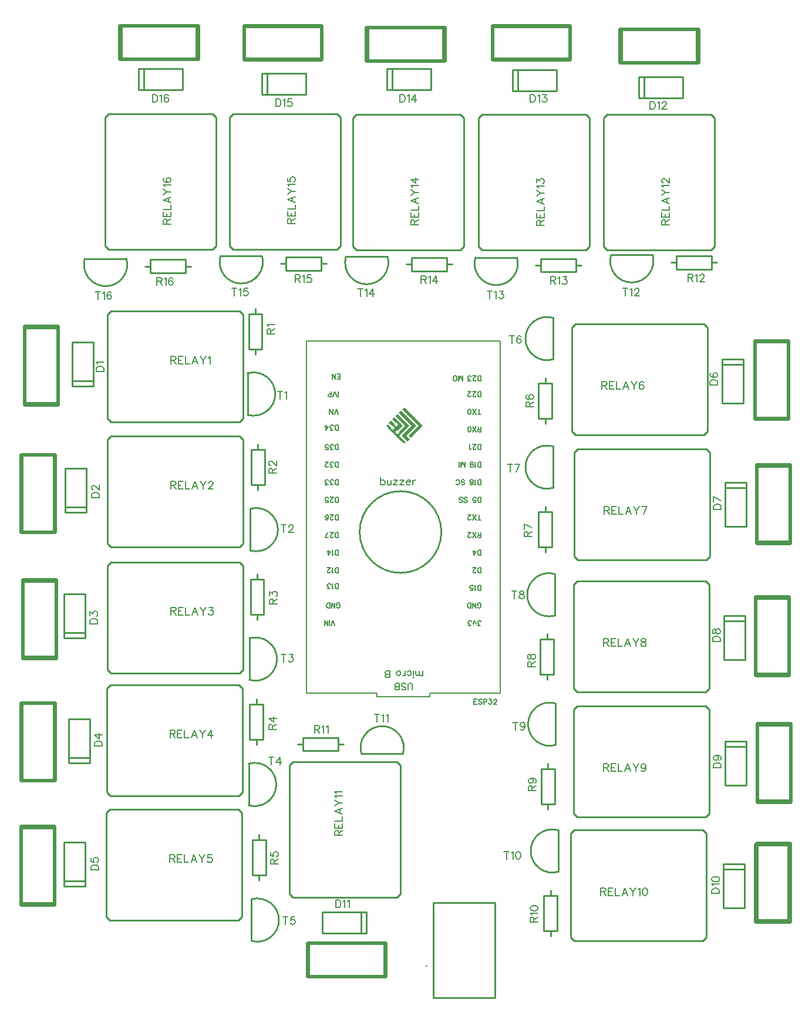
<source format=gto>
G04 Layer: TopSilkLayer*
G04 EasyEDA v6.4.0, 2020-07-06T20:42:06--4:00*
G04 ceb930e8192849dcbdd75014d79c76d5,10*
G04 Gerber Generator version 0.2*
G04 Scale: 100 percent, Rotated: No, Reflected: No *
G04 Dimensions in millimeters *
G04 leading zeros omitted , absolute positions ,3 integer and 3 decimal *
%FSLAX33Y33*%
%MOMM*%
G90*
G71D02*

%ADD10C,0.254000*%
%ADD25C,0.508000*%
%ADD26C,0.203200*%
%ADD27C,0.200000*%
%ADD28C,0.228600*%
%ADD29C,0.152400*%
%ADD30C,0.177800*%

%LPD*%

%LPD*%
G36*
G01X55862Y82135D02*
G01X55779Y82140D01*
G01X55702Y82127D01*
G01X55628Y82095D01*
G01X55557Y82044D01*
G01X55465Y81975D01*
G01X56649Y80797D01*
G01X57812Y79626D01*
G01X57104Y78900D01*
G01X56382Y78181D01*
G01X56603Y77960D01*
G01X56654Y77910D01*
G01X56688Y77877D01*
G01X56700Y77866D01*
G01X56707Y77870D01*
G01X56721Y77881D01*
G01X56743Y77901D01*
G01X56771Y77927D01*
G01X56807Y77961D01*
G01X56848Y78000D01*
G01X56895Y78046D01*
G01X56948Y78096D01*
G01X57005Y78152D01*
G01X57067Y78213D01*
G01X57275Y78421D01*
G01X57350Y78497D01*
G01X57428Y78576D01*
G01X57508Y78658D01*
G01X57704Y78855D01*
G01X57790Y78941D01*
G01X57867Y79019D01*
G01X57937Y79090D01*
G01X58000Y79154D01*
G01X58056Y79211D01*
G01X58106Y79263D01*
G01X58149Y79309D01*
G01X58186Y79350D01*
G01X58219Y79387D01*
G01X58246Y79420D01*
G01X58269Y79449D01*
G01X58287Y79476D01*
G01X58302Y79499D01*
G01X58313Y79521D01*
G01X58320Y79541D01*
G01X58326Y79560D01*
G01X58328Y79578D01*
G01X58329Y79596D01*
G01X58328Y79615D01*
G01X58325Y79634D01*
G01X58322Y79654D01*
G01X58318Y79677D01*
G01X58316Y79684D01*
G01X58313Y79693D01*
G01X58308Y79703D01*
G01X58302Y79714D01*
G01X58294Y79726D01*
G01X58284Y79740D01*
G01X58272Y79757D01*
G01X58257Y79775D01*
G01X58239Y79796D01*
G01X58219Y79819D01*
G01X58195Y79845D01*
G01X58168Y79874D01*
G01X58138Y79907D01*
G01X58104Y79943D01*
G01X58065Y79983D01*
G01X58023Y80026D01*
G01X57977Y80074D01*
G01X57925Y80126D01*
G01X57869Y80183D01*
G01X57808Y80245D01*
G01X57670Y80383D01*
G01X57592Y80460D01*
G01X57510Y80543D01*
G01X57420Y80632D01*
G01X57325Y80727D01*
G01X57223Y80828D01*
G01X56905Y81146D01*
G01X56811Y81241D01*
G01X56722Y81330D01*
G01X56426Y81627D01*
G01X56364Y81688D01*
G01X56308Y81743D01*
G01X56256Y81795D01*
G01X56209Y81841D01*
G01X56166Y81883D01*
G01X56127Y81921D01*
G01X56091Y81955D01*
G01X56059Y81985D01*
G01X56030Y82012D01*
G01X56004Y82035D01*
G01X55982Y82056D01*
G01X55961Y82074D01*
G01X55942Y82088D01*
G01X55927Y82100D01*
G01X55913Y82111D01*
G01X55900Y82119D01*
G01X55889Y82125D01*
G01X55879Y82130D01*
G01X55870Y82133D01*
G01X55862Y82135D01*
G37*

%LPD*%
G36*
G01X56382Y80708D02*
G01X55298Y81793D01*
G01X55138Y81633D01*
G01X54978Y81475D01*
G01X55907Y80548D01*
G01X56855Y79613D01*
G01X56128Y78897D01*
G01X55412Y78181D01*
G01X55811Y77772D01*
G01X56222Y77373D01*
G01X56382Y77520D01*
G01X56537Y77675D01*
G01X56286Y77929D01*
G01X56032Y78181D01*
G01X56758Y78900D01*
G01X57475Y79626D01*
G01X56382Y80708D01*
G37*

%LPD*%
G36*
G01X55651Y80457D02*
G01X54800Y81300D01*
G01X54640Y81142D01*
G01X54482Y80987D01*
G01X55171Y80294D01*
G01X55874Y79601D01*
G01X55432Y79169D01*
G01X55342Y79077D01*
G01X55265Y78999D01*
G01X55200Y78932D01*
G01X55147Y78876D01*
G01X55105Y78830D01*
G01X55071Y78791D01*
G01X55046Y78760D01*
G01X55028Y78734D01*
G01X55015Y78713D01*
G01X55008Y78695D01*
G01X55004Y78679D01*
G01X55003Y78663D01*
G01X54998Y78610D01*
G01X54982Y78562D01*
G01X54958Y78519D01*
G01X54925Y78482D01*
G01X54884Y78452D01*
G01X54837Y78431D01*
G01X54784Y78416D01*
G01X54726Y78412D01*
G01X54683Y78415D01*
G01X54646Y78426D01*
G01X54610Y78448D01*
G01X54569Y78486D01*
G01X54539Y78522D01*
G01X54519Y78556D01*
G01X54507Y78594D01*
G01X54503Y78643D01*
G01X54507Y78700D01*
G01X54520Y78751D01*
G01X54541Y78796D01*
G01X54570Y78834D01*
G01X54606Y78864D01*
G01X54650Y78886D01*
G01X54699Y78900D01*
G01X54754Y78905D01*
G01X54777Y78907D01*
G01X54802Y78916D01*
G01X54831Y78934D01*
G01X54869Y78964D01*
G01X54919Y79007D01*
G01X54983Y79069D01*
G01X55067Y79149D01*
G01X55171Y79253D01*
G01X55524Y79601D01*
G01X54914Y80205D01*
G01X54312Y80810D01*
G01X54165Y80665D01*
G01X54025Y80523D01*
G01X54269Y80279D01*
G01X54341Y80205D01*
G01X54400Y80148D01*
G01X54446Y80104D01*
G01X54484Y80072D01*
G01X54515Y80051D01*
G01X54540Y80038D01*
G01X54563Y80031D01*
G01X54587Y80030D01*
G01X54638Y80025D01*
G01X54684Y80010D01*
G01X54725Y79987D01*
G01X54760Y79958D01*
G01X54789Y79922D01*
G01X54811Y79882D01*
G01X54824Y79838D01*
G01X54830Y79793D01*
G01X54827Y79747D01*
G01X54814Y79701D01*
G01X54791Y79657D01*
G01X54757Y79616D01*
G01X54716Y79582D01*
G01X54671Y79558D01*
G01X54625Y79545D01*
G01X54579Y79541D01*
G01X54533Y79546D01*
G01X54490Y79559D01*
G01X54449Y79581D01*
G01X54413Y79609D01*
G01X54383Y79645D01*
G01X54360Y79687D01*
G01X54345Y79735D01*
G01X54340Y79789D01*
G01X54339Y79811D01*
G01X54332Y79834D01*
G01X54319Y79859D01*
G01X54298Y79889D01*
G01X54266Y79926D01*
G01X54222Y79973D01*
G01X54165Y80032D01*
G01X54091Y80106D01*
G01X53847Y80347D01*
G01X53698Y80200D01*
G01X53543Y80043D01*
G01X53781Y79804D01*
G01X53854Y79729D01*
G01X53912Y79672D01*
G01X53958Y79630D01*
G01X53994Y79599D01*
G01X54024Y79579D01*
G01X54050Y79567D01*
G01X54075Y79559D01*
G01X54101Y79555D01*
G01X54169Y79540D01*
G01X54226Y79513D01*
G01X54274Y79475D01*
G01X54309Y79428D01*
G01X54332Y79375D01*
G01X54340Y79317D01*
G01X54334Y79257D01*
G01X54310Y79197D01*
G01X54275Y79139D01*
G01X54228Y79100D01*
G01X54167Y79079D01*
G01X54089Y79072D01*
G01X54031Y79074D01*
G01X53989Y79082D01*
G01X53953Y79102D01*
G01X53911Y79138D01*
G01X53881Y79178D01*
G01X53861Y79212D01*
G01X53851Y79249D01*
G01X53847Y79296D01*
G01X53846Y79327D01*
G01X53842Y79354D01*
G01X53832Y79380D01*
G01X53813Y79409D01*
G01X53784Y79444D01*
G01X53741Y79490D01*
G01X53683Y79550D01*
G01X53606Y79629D01*
G01X53362Y79870D01*
G01X53317Y79806D01*
G01X53276Y79748D01*
G01X53250Y79680D01*
G01X53238Y79605D01*
G01X53243Y79527D01*
G01X53245Y79519D01*
G01X53249Y79510D01*
G01X53253Y79500D01*
G01X53259Y79489D01*
G01X53267Y79477D01*
G01X53277Y79463D01*
G01X53289Y79447D01*
G01X53303Y79429D01*
G01X53320Y79409D01*
G01X53340Y79386D01*
G01X53363Y79360D01*
G01X53389Y79331D01*
G01X53419Y79299D01*
G01X53452Y79264D01*
G01X53489Y79225D01*
G01X53530Y79181D01*
G01X53576Y79135D01*
G01X53626Y79083D01*
G01X53680Y79027D01*
G01X53740Y78967D01*
G01X53804Y78901D01*
G01X53874Y78830D01*
G01X53950Y78753D01*
G01X54031Y78671D01*
G01X54119Y78584D01*
G01X54212Y78490D01*
G01X54312Y78389D01*
G01X54490Y78211D01*
G01X54560Y78142D01*
G01X54761Y77941D01*
G01X54825Y77878D01*
G01X54888Y77816D01*
G01X54949Y77757D01*
G01X55008Y77699D01*
G01X55065Y77643D01*
G01X55121Y77589D01*
G01X55174Y77538D01*
G01X55225Y77488D01*
G01X55273Y77442D01*
G01X55319Y77397D01*
G01X55363Y77356D01*
G01X55404Y77317D01*
G01X55442Y77280D01*
G01X55477Y77246D01*
G01X55510Y77216D01*
G01X55539Y77189D01*
G01X55566Y77164D01*
G01X55588Y77143D01*
G01X55608Y77125D01*
G01X55624Y77111D01*
G01X55637Y77100D01*
G01X55646Y77092D01*
G01X55651Y77089D01*
G01X55714Y77071D01*
G01X55782Y77065D01*
G01X55849Y77070D01*
G01X55905Y77089D01*
G01X55930Y77097D01*
G01X55954Y77112D01*
G01X55978Y77131D01*
G01X56001Y77152D01*
G01X56052Y77198D01*
G01X55557Y77690D01*
G01X55054Y78183D01*
G01X55778Y78897D01*
G01X56507Y79613D01*
G01X55651Y80457D01*
G37*

%LPD*%
G54D25*
G01X1015Y93789D02*
G01X1015Y82613D01*
G01X5841Y82613D01*
G01X5841Y93789D01*
G01X1015Y93789D01*
G01X507Y75374D02*
G01X507Y64198D01*
G01X5333Y64198D01*
G01X5333Y75374D01*
G01X507Y75374D01*
G01X761Y57340D02*
G01X761Y46164D01*
G01X5587Y46164D01*
G01X5587Y57340D01*
G01X761Y57340D01*
G01X507Y39560D02*
G01X507Y28384D01*
G01X5333Y28384D01*
G01X5333Y39560D01*
G01X507Y39560D01*
G01X507Y21780D02*
G01X507Y10604D01*
G01X5333Y10604D01*
G01X5333Y21780D01*
G01X507Y21780D01*
G01X111531Y25400D02*
G01X111531Y36576D01*
G01X106705Y36576D01*
G01X106705Y25400D01*
G01X111531Y25400D01*
G01X111277Y8001D02*
G01X111277Y19177D01*
G01X106451Y19177D01*
G01X106451Y8001D01*
G01X111277Y8001D01*
G01X1015Y93916D02*
G01X1015Y82740D01*
G01X5841Y82740D01*
G01X5841Y93916D01*
G01X1015Y93916D01*
G01X634Y75374D02*
G01X634Y64198D01*
G01X5460Y64198D01*
G01X5460Y75374D01*
G01X634Y75374D01*
G01X761Y57213D02*
G01X761Y46037D01*
G01X5587Y46037D01*
G01X5587Y57213D01*
G01X761Y57213D01*
G01X634Y39560D02*
G01X634Y28384D01*
G01X5460Y28384D01*
G01X5460Y39560D01*
G01X634Y39560D01*
G01X507Y21653D02*
G01X507Y10477D01*
G01X5333Y10477D01*
G01X5333Y21653D01*
G01X507Y21653D01*
G01X106578Y19304D02*
G01X106578Y8128D01*
G01X111404Y8128D01*
G01X111404Y19304D01*
G01X106578Y19304D01*
G01X106578Y19177D02*
G01X106578Y8001D01*
G01X111404Y8001D01*
G01X111404Y19177D01*
G01X106578Y19177D01*
G01X106705Y36449D02*
G01X106705Y25273D01*
G01X111531Y25273D01*
G01X111531Y36449D01*
G01X106705Y36449D01*
G01X106451Y54864D02*
G01X106451Y43688D01*
G01X111277Y43688D01*
G01X111277Y54864D01*
G01X106451Y54864D01*
G01X106451Y54737D02*
G01X106451Y43561D01*
G01X111277Y43561D01*
G01X111277Y54737D01*
G01X106451Y54737D01*
G01X106578Y73914D02*
G01X106578Y62738D01*
G01X111404Y62738D01*
G01X111404Y73914D01*
G01X106578Y73914D01*
G01X106578Y73787D02*
G01X106578Y62611D01*
G01X111404Y62611D01*
G01X111404Y73787D01*
G01X106578Y73787D01*
G01X106324Y91821D02*
G01X106324Y80645D01*
G01X111150Y80645D01*
G01X111150Y91821D01*
G01X106324Y91821D01*
G01X106324Y91694D02*
G01X106324Y80518D01*
G01X111150Y80518D01*
G01X111150Y91694D01*
G01X106324Y91694D01*
G01X52984Y4953D02*
G01X41808Y4953D01*
G01X41808Y127D01*
G01X52984Y127D01*
G01X52984Y4953D01*
G01X53111Y4953D02*
G01X41935Y4953D01*
G01X41935Y127D01*
G01X53111Y127D01*
G01X53111Y4953D01*
G01X98069Y136779D02*
G01X86893Y136779D01*
G01X86893Y131953D01*
G01X98069Y131953D01*
G01X98069Y136779D01*
G01X79654Y137287D02*
G01X68478Y137287D01*
G01X68478Y132461D01*
G01X79654Y132461D01*
G01X79654Y137287D01*
G01X61620Y137033D02*
G01X50444Y137033D01*
G01X50444Y132207D01*
G01X61620Y132207D01*
G01X61620Y137033D01*
G01X43840Y137287D02*
G01X32664Y137287D01*
G01X32664Y132461D01*
G01X43840Y132461D01*
G01X43840Y137287D01*
G01X26060Y137287D02*
G01X14884Y137287D01*
G01X14884Y132461D01*
G01X26060Y132461D01*
G01X26060Y137287D01*
G01X98196Y136779D02*
G01X87020Y136779D01*
G01X87020Y131953D01*
G01X98196Y131953D01*
G01X98196Y136779D01*
G01X79654Y137160D02*
G01X68478Y137160D01*
G01X68478Y132334D01*
G01X79654Y132334D01*
G01X79654Y137160D01*
G01X61493Y137033D02*
G01X50317Y137033D01*
G01X50317Y132207D01*
G01X61493Y132207D01*
G01X61493Y137033D01*
G01X43840Y137160D02*
G01X32664Y137160D01*
G01X32664Y132334D01*
G01X43840Y132334D01*
G01X43840Y137160D01*
G01X25933Y137287D02*
G01X14757Y137287D01*
G01X14757Y132461D01*
G01X25933Y132461D01*
G01X25933Y137287D01*
G54D26*
G01X63271Y91821D02*
G01X48539Y91821D01*
G54D27*
G01X69621Y41021D02*
G01X69621Y91821D01*
G54D26*
G01X69621Y91821D02*
G01X41681Y91821D01*
G01X69621Y41021D02*
G01X59461Y41021D01*
G01X59461Y40513D01*
G01X51841Y40513D01*
G01X51841Y41021D01*
G01X41681Y41021D01*
G01X41681Y41021D02*
G01X41681Y91821D01*
G54D10*
G01X59969Y-2921D02*
G01X59969Y10795D01*
G01X59969Y10795D02*
G01X68859Y10795D01*
G01X68859Y10795D02*
G01X68859Y-2921D01*
G01X68859Y-2921D02*
G01X59969Y-2921D01*
G01X12946Y85976D02*
G01X12946Y95628D01*
G01X13454Y96136D01*
G01X31996Y96136D01*
G01X32504Y95628D01*
G01X32504Y80642D01*
G01X31996Y80134D01*
G01X13454Y80134D01*
G01X12946Y80642D01*
G01X12946Y87500D01*
G01X10921Y91579D02*
G01X10921Y89471D01*
G01X10921Y85280D01*
G01X7873Y85280D02*
G01X7873Y91579D01*
G01X10921Y91630D02*
G01X7873Y91630D01*
G01X10921Y85280D02*
G01X7873Y85280D01*
G01X10921Y86042D02*
G01X7873Y86042D01*
G01X12946Y67942D02*
G01X12946Y77594D01*
G01X13454Y78102D01*
G01X31996Y78102D01*
G01X32504Y77594D01*
G01X32504Y62608D01*
G01X31996Y62100D01*
G01X13454Y62100D01*
G01X12946Y62608D01*
G01X12946Y69466D01*
G01X9905Y73418D02*
G01X9905Y71310D01*
G01X9905Y67119D01*
G01X6857Y67119D02*
G01X6857Y73418D01*
G01X9905Y73469D02*
G01X6857Y73469D01*
G01X9905Y67119D02*
G01X6857Y67119D01*
G01X9905Y67881D02*
G01X6857Y67881D01*
G01X12946Y49781D02*
G01X12946Y59433D01*
G01X13454Y59941D01*
G01X31996Y59941D01*
G01X32504Y59433D01*
G01X32504Y44447D01*
G01X31996Y43939D01*
G01X13454Y43939D01*
G01X12946Y44447D01*
G01X12946Y51305D01*
G01X9778Y55257D02*
G01X9778Y53149D01*
G01X9778Y48958D01*
G01X6730Y48958D02*
G01X6730Y55257D01*
G01X9778Y55308D02*
G01X6730Y55308D01*
G01X9778Y48958D02*
G01X6730Y48958D01*
G01X9778Y49720D02*
G01X6730Y49720D01*
G01X12844Y32064D02*
G01X12844Y41716D01*
G01X13352Y42224D01*
G01X31894Y42224D01*
G01X32402Y41716D01*
G01X32402Y26730D01*
G01X31894Y26222D01*
G01X13352Y26222D01*
G01X12844Y26730D01*
G01X12844Y33588D01*
G01X10413Y37223D02*
G01X10413Y35115D01*
G01X10413Y30924D01*
G01X7365Y30924D02*
G01X7365Y37223D01*
G01X10413Y37274D02*
G01X7365Y37274D01*
G01X10413Y30924D02*
G01X7365Y30924D01*
G01X10413Y31686D02*
G01X7365Y31686D01*
G01X12819Y14094D02*
G01X12819Y23746D01*
G01X13327Y24254D01*
G01X31869Y24254D01*
G01X32377Y23746D01*
G01X32377Y8760D01*
G01X31869Y8252D01*
G01X13327Y8252D01*
G01X12819Y8760D01*
G01X12819Y15618D01*
G01X9778Y19443D02*
G01X9778Y17335D01*
G01X9778Y13144D01*
G01X6730Y13144D02*
G01X6730Y19443D01*
G01X9778Y19494D02*
G01X6730Y19494D01*
G01X9778Y13144D02*
G01X6730Y13144D01*
G01X9778Y13906D02*
G01X6730Y13906D01*
G01X99474Y88458D02*
G01X99474Y78806D01*
G01X98966Y78298D01*
G01X80424Y78298D01*
G01X79916Y78806D01*
G01X79916Y93792D01*
G01X80424Y94300D01*
G01X98966Y94300D01*
G01X99474Y93792D01*
G01X99474Y86934D01*
G01X101625Y82854D02*
G01X101625Y84963D01*
G01X101625Y89154D01*
G01X104673Y89154D02*
G01X104673Y82854D01*
G01X101625Y82804D02*
G01X104673Y82804D01*
G01X101625Y89154D02*
G01X104673Y89154D01*
G01X101625Y88392D02*
G01X104673Y88392D01*
G01X99855Y70424D02*
G01X99855Y60772D01*
G01X99347Y60264D01*
G01X80805Y60264D01*
G01X80297Y60772D01*
G01X80297Y75758D01*
G01X80805Y76266D01*
G01X99347Y76266D01*
G01X99855Y75758D01*
G01X99855Y68900D01*
G01X102006Y65074D02*
G01X102006Y67183D01*
G01X102006Y71374D01*
G01X105054Y71374D02*
G01X105054Y65074D01*
G01X102006Y65024D02*
G01X105054Y65024D01*
G01X102006Y71374D02*
G01X105054Y71374D01*
G01X102006Y70612D02*
G01X105054Y70612D01*
G01X99728Y51374D02*
G01X99728Y41722D01*
G01X99220Y41214D01*
G01X80678Y41214D01*
G01X80170Y41722D01*
G01X80170Y56708D01*
G01X80678Y57216D01*
G01X99220Y57216D01*
G01X99728Y56708D01*
G01X99728Y49850D01*
G01X101879Y45897D02*
G01X101879Y48006D01*
G01X101879Y52197D01*
G01X104927Y52197D02*
G01X104927Y45897D01*
G01X101879Y45847D02*
G01X104927Y45847D01*
G01X101879Y52197D02*
G01X104927Y52197D01*
G01X101879Y51435D02*
G01X104927Y51435D01*
G01X99728Y33340D02*
G01X99728Y23688D01*
G01X99220Y23180D01*
G01X80678Y23180D01*
G01X80170Y23688D01*
G01X80170Y38674D01*
G01X80678Y39182D01*
G01X99220Y39182D01*
G01X99728Y38674D01*
G01X99728Y31816D01*
G01X102006Y27736D02*
G01X102006Y29845D01*
G01X102006Y34036D01*
G01X105054Y34036D02*
G01X105054Y27736D01*
G01X102006Y27686D02*
G01X105054Y27686D01*
G01X102006Y34036D02*
G01X105054Y34036D01*
G01X102006Y33274D02*
G01X105054Y33274D01*
G01X99347Y15433D02*
G01X99347Y5781D01*
G01X98839Y5273D01*
G01X80297Y5273D01*
G01X79789Y5781D01*
G01X79789Y20767D01*
G01X80297Y21275D01*
G01X98839Y21275D01*
G01X99347Y20767D01*
G01X99347Y13909D01*
G01X101752Y10083D02*
G01X101752Y12192D01*
G01X101752Y16383D01*
G01X104800Y16383D02*
G01X104800Y10083D01*
G01X101752Y10033D02*
G01X104800Y10033D01*
G01X101752Y16383D02*
G01X104800Y16383D01*
G01X101752Y15621D02*
G01X104800Y15621D01*
G01X49367Y11549D02*
G01X39715Y11549D01*
G01X39207Y12057D01*
G01X39207Y30599D01*
G01X39715Y31107D01*
G01X54701Y31107D01*
G01X55209Y30599D01*
G01X55209Y12057D01*
G01X54701Y11549D01*
G01X47843Y11549D01*
G01X44018Y9398D02*
G01X46126Y9398D01*
G01X50317Y9398D01*
G01X50317Y6350D02*
G01X44018Y6350D01*
G01X43967Y9398D02*
G01X43967Y6350D01*
G01X50317Y9398D02*
G01X50317Y6350D01*
G01X49555Y9398D02*
G01X49555Y6350D01*
G01X33171Y81168D02*
G01X33171Y87168D01*
G54D28*
G01X35255Y95694D02*
G01X35255Y90614D01*
G01X33324Y90614D01*
G01X33324Y95694D01*
G01X35255Y95694D01*
G54D10*
G01X34289Y90614D02*
G01X34289Y89852D01*
G01X34289Y96456D02*
G01X34289Y95694D01*
G01X33552Y61610D02*
G01X33552Y67610D01*
G54D28*
G01X35636Y76136D02*
G01X35636Y71056D01*
G01X33705Y71056D01*
G01X33705Y76136D01*
G01X35636Y76136D01*
G54D10*
G01X34670Y71056D02*
G01X34670Y70294D01*
G01X34670Y76898D02*
G01X34670Y76136D01*
G01X33425Y42941D02*
G01X33425Y48941D01*
G54D28*
G01X35509Y57467D02*
G01X35509Y52387D01*
G01X33578Y52387D01*
G01X33578Y57467D01*
G01X35509Y57467D01*
G54D10*
G01X34543Y52387D02*
G01X34543Y51625D01*
G01X34543Y58229D02*
G01X34543Y57467D01*
G01X33323Y24843D02*
G01X33323Y30843D01*
G54D28*
G01X35407Y39370D02*
G01X35407Y34290D01*
G01X33477Y34290D01*
G01X33477Y39370D01*
G01X35407Y39370D01*
G54D10*
G01X34442Y34290D02*
G01X34442Y33528D01*
G01X34442Y40132D02*
G01X34442Y39370D01*
G01X33704Y5285D02*
G01X33704Y11285D01*
G54D28*
G01X35788Y19812D02*
G01X35788Y14732D01*
G01X33858Y14732D01*
G01X33858Y19812D01*
G01X35788Y19812D01*
G54D10*
G01X34823Y14732D02*
G01X34823Y13970D01*
G01X34823Y20574D02*
G01X34823Y19812D01*
G01X55572Y32282D02*
G01X49572Y32282D01*
G54D28*
G01X41173Y34620D02*
G01X46253Y34620D01*
G01X46253Y32689D01*
G01X41173Y32689D01*
G01X41173Y34620D01*
G54D10*
G01X46253Y33655D02*
G01X47015Y33655D01*
G01X40411Y33655D02*
G01X41173Y33655D01*
G01X77979Y21257D02*
G01X77979Y15257D01*
G54D28*
G01X75895Y6731D02*
G01X75895Y11811D01*
G01X77825Y11811D01*
G01X77825Y6731D01*
G01X75895Y6731D01*
G54D10*
G01X76860Y11811D02*
G01X76860Y12573D01*
G01X76860Y5969D02*
G01X76860Y6731D01*
G01X77598Y39545D02*
G01X77598Y33545D01*
G54D28*
G01X75514Y25019D02*
G01X75514Y30099D01*
G01X77444Y30099D01*
G01X77444Y25019D01*
G01X75514Y25019D01*
G54D10*
G01X76479Y30099D02*
G01X76479Y30861D01*
G01X76479Y24257D02*
G01X76479Y25019D01*
G01X77471Y58214D02*
G01X77471Y52214D01*
G54D28*
G01X75387Y43688D02*
G01X75387Y48768D01*
G01X77317Y48768D01*
G01X77317Y43688D01*
G01X75387Y43688D01*
G54D10*
G01X76352Y48768D02*
G01X76352Y49530D01*
G01X76352Y42926D02*
G01X76352Y43688D01*
G01X77217Y76629D02*
G01X77217Y70629D01*
G54D28*
G01X75133Y62103D02*
G01X75133Y67183D01*
G01X77063Y67183D01*
G01X77063Y62103D01*
G01X75133Y62103D01*
G54D10*
G01X76098Y67183D02*
G01X76098Y67945D01*
G01X76098Y61341D02*
G01X76098Y62103D01*
G01X77217Y95171D02*
G01X77217Y89171D01*
G54D28*
G01X75133Y80645D02*
G01X75133Y85725D01*
G01X77063Y85725D01*
G01X77063Y80645D01*
G01X75133Y80645D01*
G54D10*
G01X76098Y85725D02*
G01X76098Y86487D01*
G01X76098Y79883D02*
G01X76098Y80645D01*
G01X90383Y124467D02*
G01X100035Y124467D01*
G01X100543Y123959D01*
G01X100543Y105417D01*
G01X100035Y104909D01*
G01X85049Y104909D01*
G01X84541Y105417D01*
G01X84541Y123959D01*
G01X85049Y124467D01*
G01X91907Y124467D01*
G01X95859Y126873D02*
G01X93751Y126873D01*
G01X89560Y126873D01*
G01X89560Y129921D02*
G01X95859Y129921D01*
G01X95910Y126873D02*
G01X95910Y129921D01*
G01X89560Y126873D02*
G01X89560Y129921D01*
G01X90322Y126873D02*
G01X90322Y129921D01*
G01X72349Y124467D02*
G01X82001Y124467D01*
G01X82509Y123959D01*
G01X82509Y105417D01*
G01X82001Y104909D01*
G01X67015Y104909D01*
G01X66507Y105417D01*
G01X66507Y123959D01*
G01X67015Y124467D01*
G01X73873Y124467D01*
G01X77698Y127889D02*
G01X75590Y127889D01*
G01X71399Y127889D01*
G01X71399Y130937D02*
G01X77698Y130937D01*
G01X77749Y127889D02*
G01X77749Y130937D01*
G01X71399Y127889D02*
G01X71399Y130937D01*
G01X72161Y127889D02*
G01X72161Y130937D01*
G01X54188Y124467D02*
G01X63840Y124467D01*
G01X64348Y123959D01*
G01X64348Y105417D01*
G01X63840Y104909D01*
G01X48854Y104909D01*
G01X48346Y105417D01*
G01X48346Y123959D01*
G01X48854Y124467D01*
G01X55712Y124467D01*
G01X59537Y128016D02*
G01X57429Y128016D01*
G01X53238Y128016D01*
G01X53238Y131064D02*
G01X59537Y131064D01*
G01X59588Y128016D02*
G01X59588Y131064D01*
G01X53238Y128016D02*
G01X53238Y131064D01*
G01X54000Y128016D02*
G01X54000Y131064D01*
G01X36408Y124594D02*
G01X46060Y124594D01*
G01X46568Y124086D01*
G01X46568Y105544D01*
G01X46060Y105036D01*
G01X31074Y105036D01*
G01X30566Y105544D01*
G01X30566Y124086D01*
G01X31074Y124594D01*
G01X37932Y124594D01*
G01X41503Y127381D02*
G01X39395Y127381D01*
G01X35204Y127381D01*
G01X35204Y130429D02*
G01X41503Y130429D01*
G01X41554Y127381D02*
G01X41554Y130429D01*
G01X35204Y127381D02*
G01X35204Y130429D01*
G01X35966Y127381D02*
G01X35966Y130429D01*
G01X18501Y124594D02*
G01X28153Y124594D01*
G01X28661Y124086D01*
G01X28661Y105544D01*
G01X28153Y105036D01*
G01X13167Y105036D01*
G01X12659Y105544D01*
G01X12659Y124086D01*
G01X13167Y124594D01*
G01X20025Y124594D01*
G01X23723Y128016D02*
G01X21615Y128016D01*
G01X17424Y128016D01*
G01X17424Y131064D02*
G01X23723Y131064D01*
G01X23774Y128016D02*
G01X23774Y131064D01*
G01X17424Y128016D02*
G01X17424Y131064D01*
G01X18186Y128016D02*
G01X18186Y131064D01*
G01X85575Y104242D02*
G01X91575Y104242D01*
G54D28*
G01X100101Y102158D02*
G01X95021Y102158D01*
G01X95021Y104089D01*
G01X100101Y104089D01*
G01X100101Y102158D01*
G54D10*
G01X95021Y103124D02*
G01X94259Y103124D01*
G01X100863Y103124D02*
G01X100101Y103124D01*
G01X66017Y103861D02*
G01X72017Y103861D01*
G54D28*
G01X80543Y101777D02*
G01X75463Y101777D01*
G01X75463Y103708D01*
G01X80543Y103708D01*
G01X80543Y101777D01*
G54D10*
G01X75463Y102743D02*
G01X74701Y102743D01*
G01X81305Y102743D02*
G01X80543Y102743D01*
G01X47348Y103988D02*
G01X53348Y103988D01*
G54D28*
G01X61874Y101904D02*
G01X56794Y101904D01*
G01X56794Y103835D01*
G01X61874Y103835D01*
G01X61874Y101904D01*
G54D10*
G01X56794Y102870D02*
G01X56032Y102870D01*
G01X62636Y102870D02*
G01X61874Y102870D01*
G01X29250Y104090D02*
G01X35250Y104090D01*
G54D28*
G01X43776Y102006D02*
G01X38696Y102006D01*
G01X38696Y103936D01*
G01X43776Y103936D01*
G01X43776Y102006D01*
G54D10*
G01X38696Y102971D02*
G01X37934Y102971D01*
G01X44538Y102971D02*
G01X43776Y102971D01*
G01X9692Y103709D02*
G01X15692Y103709D01*
G54D28*
G01X24218Y101625D02*
G01X19138Y101625D01*
G01X19138Y103555D01*
G01X24218Y103555D01*
G01X24218Y101625D01*
G54D10*
G01X19138Y102590D02*
G01X18376Y102590D01*
G01X24980Y102590D02*
G01X24218Y102590D01*
G54D29*
G01X65808Y40165D02*
G01X65808Y39436D01*
G01X65808Y40165D02*
G01X66258Y40165D01*
G01X65808Y39817D02*
G01X66085Y39817D01*
G01X65808Y39436D02*
G01X66258Y39436D01*
G01X66972Y40060D02*
G01X66903Y40129D01*
G01X66799Y40165D01*
G01X66659Y40165D01*
G01X66558Y40129D01*
G01X66487Y40060D01*
G01X66487Y39989D01*
G01X66522Y39921D01*
G01X66558Y39888D01*
G01X66626Y39852D01*
G01X66835Y39784D01*
G01X66903Y39748D01*
G01X66939Y39712D01*
G01X66972Y39644D01*
G01X66972Y39540D01*
G01X66903Y39471D01*
G01X66799Y39436D01*
G01X66659Y39436D01*
G01X66558Y39471D01*
G01X66487Y39540D01*
G01X67200Y40165D02*
G01X67200Y39436D01*
G01X67200Y40165D02*
G01X67513Y40165D01*
G01X67617Y40129D01*
G01X67650Y40093D01*
G01X67685Y40025D01*
G01X67685Y39921D01*
G01X67650Y39852D01*
G01X67617Y39817D01*
G01X67513Y39784D01*
G01X67200Y39784D01*
G01X67983Y40165D02*
G01X68364Y40165D01*
G01X68158Y39888D01*
G01X68259Y39888D01*
G01X68331Y39852D01*
G01X68364Y39817D01*
G01X68399Y39712D01*
G01X68399Y39644D01*
G01X68364Y39540D01*
G01X68295Y39471D01*
G01X68191Y39436D01*
G01X68087Y39436D01*
G01X67983Y39471D01*
G01X67950Y39507D01*
G01X67914Y39575D01*
G01X68663Y39989D02*
G01X68663Y40025D01*
G01X68696Y40093D01*
G01X68732Y40129D01*
G01X68800Y40165D01*
G01X68940Y40165D01*
G01X69009Y40129D01*
G01X69044Y40093D01*
G01X69077Y40025D01*
G01X69077Y39956D01*
G01X69044Y39888D01*
G01X68973Y39784D01*
G01X68628Y39436D01*
G01X69113Y39436D01*
G54D26*
G01X45745Y50764D02*
G01X45468Y51493D01*
G01X45191Y50764D02*
G01X45468Y51493D01*
G01X44963Y50764D02*
G01X44963Y51493D01*
G01X44734Y50764D02*
G01X44734Y51493D01*
G01X44734Y50764D02*
G01X44249Y51493D01*
G01X44249Y50764D02*
G01X44249Y51493D01*
G01X56921Y41490D02*
G01X56921Y42174D01*
G01X56875Y42308D01*
G01X56784Y42400D01*
G01X56649Y42445D01*
G01X56558Y42445D01*
G01X56421Y42400D01*
G01X56329Y42308D01*
G01X56283Y42174D01*
G01X56283Y41490D01*
G01X55349Y41625D02*
G01X55440Y41536D01*
G01X55575Y41490D01*
G01X55758Y41490D01*
G01X55895Y41536D01*
G01X55984Y41625D01*
G01X55984Y41719D01*
G01X55938Y41810D01*
G01X55895Y41854D01*
G01X55803Y41902D01*
G01X55529Y41991D01*
G01X55440Y42037D01*
G01X55394Y42082D01*
G01X55349Y42174D01*
G01X55349Y42308D01*
G01X55440Y42400D01*
G01X55575Y42445D01*
G01X55758Y42445D01*
G01X55895Y42400D01*
G01X55984Y42308D01*
G01X55049Y41490D02*
G01X55049Y42445D01*
G01X55049Y41490D02*
G01X54640Y41490D01*
G01X54503Y41536D01*
G01X54457Y41584D01*
G01X54411Y41673D01*
G01X54411Y41765D01*
G01X54457Y41854D01*
G01X54503Y41902D01*
G01X54640Y41943D01*
G01X55049Y41943D02*
G01X54640Y41943D01*
G01X54503Y41991D01*
G01X54457Y42037D01*
G01X54411Y42128D01*
G01X54411Y42260D01*
G01X54457Y42354D01*
G01X54503Y42400D01*
G01X54640Y42445D01*
G01X55049Y42445D01*
G01X58445Y43588D02*
G01X58445Y44223D01*
G01X58445Y43771D02*
G01X58308Y43632D01*
G01X58219Y43588D01*
G01X58082Y43588D01*
G01X57990Y43632D01*
G01X57945Y43771D01*
G01X57945Y44223D01*
G01X57945Y43771D02*
G01X57807Y43632D01*
G01X57718Y43588D01*
G01X57581Y43588D01*
G01X57490Y43632D01*
G01X57444Y43771D01*
G01X57444Y44223D01*
G01X57144Y43268D02*
G01X57099Y43314D01*
G01X57053Y43268D01*
G01X57099Y43225D01*
G01X57144Y43268D01*
G01X57099Y43588D02*
G01X57099Y44223D01*
G01X56210Y43723D02*
G01X56299Y43632D01*
G01X56390Y43588D01*
G01X56527Y43588D01*
G01X56619Y43632D01*
G01X56708Y43723D01*
G01X56753Y43860D01*
G01X56753Y43954D01*
G01X56708Y44089D01*
G01X56619Y44178D01*
G01X56527Y44223D01*
G01X56390Y44223D01*
G01X56299Y44178D01*
G01X56210Y44089D01*
G01X55907Y43588D02*
G01X55907Y44223D01*
G01X55907Y43860D02*
G01X55864Y43723D01*
G01X55773Y43632D01*
G01X55681Y43588D01*
G01X55544Y43588D01*
G01X55018Y43588D02*
G01X55107Y43632D01*
G01X55199Y43723D01*
G01X55244Y43860D01*
G01X55244Y43954D01*
G01X55199Y44089D01*
G01X55107Y44178D01*
G01X55018Y44223D01*
G01X54881Y44223D01*
G01X54790Y44178D01*
G01X54698Y44089D01*
G01X54655Y43954D01*
G01X54655Y43860D01*
G01X54698Y43723D01*
G01X54790Y43632D01*
G01X54881Y43588D01*
G01X55018Y43588D01*
G01X53654Y43268D02*
G01X53654Y44223D01*
G01X53654Y43268D02*
G01X53246Y43268D01*
G01X53108Y43314D01*
G01X53063Y43360D01*
G01X53017Y43454D01*
G01X53017Y43543D01*
G01X53063Y43632D01*
G01X53108Y43677D01*
G01X53246Y43723D01*
G01X53654Y43723D02*
G01X53246Y43723D01*
G01X53108Y43771D01*
G01X53063Y43815D01*
G01X53017Y43906D01*
G01X53017Y44041D01*
G01X53063Y44132D01*
G01X53108Y44178D01*
G01X53246Y44223D01*
G01X53654Y44223D01*
G01X45986Y53479D02*
G01X46022Y53408D01*
G01X46090Y53340D01*
G01X46161Y53304D01*
G01X46299Y53304D01*
G01X46367Y53340D01*
G01X46438Y53408D01*
G01X46471Y53479D01*
G01X46507Y53581D01*
G01X46507Y53756D01*
G01X46471Y53860D01*
G01X46438Y53929D01*
G01X46367Y53997D01*
G01X46299Y54033D01*
G01X46161Y54033D01*
G01X46090Y53997D01*
G01X46022Y53929D01*
G01X45986Y53860D01*
G01X45986Y53756D01*
G01X46161Y53756D02*
G01X45986Y53756D01*
G01X45758Y53304D02*
G01X45758Y54033D01*
G01X45758Y53304D02*
G01X45275Y54033D01*
G01X45275Y53304D02*
G01X45275Y54033D01*
G01X45046Y53304D02*
G01X45046Y54033D01*
G01X45046Y53304D02*
G01X44803Y53304D01*
G01X44698Y53340D01*
G01X44630Y53408D01*
G01X44594Y53479D01*
G01X44561Y53581D01*
G01X44561Y53756D01*
G01X44594Y53860D01*
G01X44630Y53929D01*
G01X44698Y53997D01*
G01X44803Y54033D01*
G01X45046Y54033D01*
G01X46253Y56098D02*
G01X46253Y56827D01*
G01X46253Y56098D02*
G01X46012Y56098D01*
G01X45907Y56134D01*
G01X45836Y56202D01*
G01X45803Y56273D01*
G01X45768Y56375D01*
G01X45768Y56550D01*
G01X45803Y56654D01*
G01X45836Y56723D01*
G01X45907Y56791D01*
G01X46012Y56827D01*
G01X46253Y56827D01*
G01X45539Y56238D02*
G01X45471Y56202D01*
G01X45366Y56098D01*
G01X45366Y56827D01*
G01X45069Y56098D02*
G01X44688Y56098D01*
G01X44894Y56375D01*
G01X44792Y56375D01*
G01X44721Y56410D01*
G01X44688Y56446D01*
G01X44653Y56550D01*
G01X44653Y56619D01*
G01X44688Y56723D01*
G01X44757Y56791D01*
G01X44861Y56827D01*
G01X44965Y56827D01*
G01X45069Y56791D01*
G01X45102Y56756D01*
G01X45138Y56687D01*
G01X46253Y58384D02*
G01X46253Y59113D01*
G01X46253Y58384D02*
G01X46012Y58384D01*
G01X45907Y58420D01*
G01X45836Y58488D01*
G01X45803Y58559D01*
G01X45768Y58661D01*
G01X45768Y58836D01*
G01X45803Y58940D01*
G01X45836Y59009D01*
G01X45907Y59077D01*
G01X46012Y59113D01*
G01X46253Y59113D01*
G01X45539Y58524D02*
G01X45471Y58488D01*
G01X45366Y58384D01*
G01X45366Y59113D01*
G01X45102Y58559D02*
G01X45102Y58524D01*
G01X45069Y58455D01*
G01X45034Y58420D01*
G01X44965Y58384D01*
G01X44825Y58384D01*
G01X44757Y58420D01*
G01X44721Y58455D01*
G01X44688Y58524D01*
G01X44688Y58592D01*
G01X44721Y58661D01*
G01X44792Y58765D01*
G01X45138Y59113D01*
G01X44653Y59113D01*
G01X46253Y60924D02*
G01X46253Y61653D01*
G01X46253Y60924D02*
G01X46012Y60924D01*
G01X45907Y60960D01*
G01X45836Y61028D01*
G01X45803Y61099D01*
G01X45768Y61201D01*
G01X45768Y61376D01*
G01X45803Y61480D01*
G01X45836Y61549D01*
G01X45907Y61617D01*
G01X46012Y61653D01*
G01X46253Y61653D01*
G01X45539Y61064D02*
G01X45471Y61028D01*
G01X45366Y60924D01*
G01X45366Y61653D01*
G01X44792Y60924D02*
G01X45138Y61409D01*
G01X44617Y61409D01*
G01X44792Y60924D02*
G01X44792Y61653D01*
G01X46253Y63464D02*
G01X46253Y64193D01*
G01X46253Y63464D02*
G01X46012Y63464D01*
G01X45907Y63500D01*
G01X45836Y63568D01*
G01X45803Y63639D01*
G01X45768Y63741D01*
G01X45768Y63916D01*
G01X45803Y64020D01*
G01X45836Y64089D01*
G01X45907Y64157D01*
G01X46012Y64193D01*
G01X46253Y64193D01*
G01X45504Y63639D02*
G01X45504Y63604D01*
G01X45471Y63535D01*
G01X45435Y63500D01*
G01X45366Y63464D01*
G01X45227Y63464D01*
G01X45158Y63500D01*
G01X45123Y63535D01*
G01X45090Y63604D01*
G01X45090Y63672D01*
G01X45123Y63741D01*
G01X45194Y63845D01*
G01X45539Y64193D01*
G01X45054Y64193D01*
G01X44340Y63464D02*
G01X44688Y64193D01*
G01X44825Y63464D02*
G01X44340Y63464D01*
G01X46253Y66004D02*
G01X46253Y66733D01*
G01X46253Y66004D02*
G01X46012Y66004D01*
G01X45907Y66040D01*
G01X45836Y66108D01*
G01X45803Y66179D01*
G01X45768Y66281D01*
G01X45768Y66456D01*
G01X45803Y66560D01*
G01X45836Y66629D01*
G01X45907Y66697D01*
G01X46012Y66733D01*
G01X46253Y66733D01*
G01X45504Y66179D02*
G01X45504Y66144D01*
G01X45471Y66075D01*
G01X45435Y66040D01*
G01X45366Y66004D01*
G01X45227Y66004D01*
G01X45158Y66040D01*
G01X45123Y66075D01*
G01X45090Y66144D01*
G01X45090Y66212D01*
G01X45123Y66281D01*
G01X45194Y66385D01*
G01X45539Y66733D01*
G01X45054Y66733D01*
G01X44411Y66108D02*
G01X44444Y66040D01*
G01X44549Y66004D01*
G01X44617Y66004D01*
G01X44721Y66040D01*
G01X44792Y66144D01*
G01X44825Y66316D01*
G01X44825Y66489D01*
G01X44792Y66629D01*
G01X44721Y66697D01*
G01X44617Y66733D01*
G01X44584Y66733D01*
G01X44480Y66697D01*
G01X44411Y66629D01*
G01X44376Y66525D01*
G01X44376Y66489D01*
G01X44411Y66385D01*
G01X44480Y66316D01*
G01X44584Y66281D01*
G01X44617Y66281D01*
G01X44721Y66316D01*
G01X44792Y66385D01*
G01X44825Y66489D01*
G01X46253Y68544D02*
G01X46253Y69273D01*
G01X46253Y68544D02*
G01X46012Y68544D01*
G01X45907Y68580D01*
G01X45836Y68648D01*
G01X45803Y68719D01*
G01X45768Y68821D01*
G01X45768Y68996D01*
G01X45803Y69100D01*
G01X45836Y69169D01*
G01X45907Y69237D01*
G01X46012Y69273D01*
G01X46253Y69273D01*
G01X45504Y68719D02*
G01X45504Y68684D01*
G01X45471Y68615D01*
G01X45435Y68580D01*
G01X45366Y68544D01*
G01X45227Y68544D01*
G01X45158Y68580D01*
G01X45123Y68615D01*
G01X45090Y68684D01*
G01X45090Y68752D01*
G01X45123Y68821D01*
G01X45194Y68925D01*
G01X45539Y69273D01*
G01X45054Y69273D01*
G01X44411Y68544D02*
G01X44757Y68544D01*
G01X44792Y68856D01*
G01X44757Y68821D01*
G01X44653Y68788D01*
G01X44549Y68788D01*
G01X44444Y68821D01*
G01X44376Y68892D01*
G01X44340Y68996D01*
G01X44340Y69065D01*
G01X44376Y69169D01*
G01X44444Y69237D01*
G01X44549Y69273D01*
G01X44653Y69273D01*
G01X44757Y69237D01*
G01X44792Y69202D01*
G01X44825Y69133D01*
G01X46253Y71084D02*
G01X46253Y71813D01*
G01X46253Y71084D02*
G01X46012Y71084D01*
G01X45907Y71120D01*
G01X45836Y71188D01*
G01X45803Y71259D01*
G01X45768Y71361D01*
G01X45768Y71536D01*
G01X45803Y71640D01*
G01X45836Y71709D01*
G01X45907Y71777D01*
G01X46012Y71813D01*
G01X46253Y71813D01*
G01X45471Y71084D02*
G01X45090Y71084D01*
G01X45298Y71361D01*
G01X45194Y71361D01*
G01X45123Y71396D01*
G01X45090Y71432D01*
G01X45054Y71536D01*
G01X45054Y71605D01*
G01X45090Y71709D01*
G01X45158Y71777D01*
G01X45262Y71813D01*
G01X45366Y71813D01*
G01X45471Y71777D01*
G01X45504Y71742D01*
G01X45539Y71673D01*
G01X44757Y71084D02*
G01X44376Y71084D01*
G01X44584Y71361D01*
G01X44480Y71361D01*
G01X44411Y71396D01*
G01X44376Y71432D01*
G01X44340Y71536D01*
G01X44340Y71605D01*
G01X44376Y71709D01*
G01X44444Y71777D01*
G01X44549Y71813D01*
G01X44653Y71813D01*
G01X44757Y71777D01*
G01X44792Y71742D01*
G01X44825Y71673D01*
G01X46253Y73624D02*
G01X46253Y74353D01*
G01X46253Y73624D02*
G01X46012Y73624D01*
G01X45907Y73660D01*
G01X45836Y73728D01*
G01X45803Y73799D01*
G01X45768Y73901D01*
G01X45768Y74076D01*
G01X45803Y74180D01*
G01X45836Y74249D01*
G01X45907Y74317D01*
G01X46012Y74353D01*
G01X46253Y74353D01*
G01X45471Y73624D02*
G01X45090Y73624D01*
G01X45298Y73901D01*
G01X45194Y73901D01*
G01X45123Y73936D01*
G01X45090Y73972D01*
G01X45054Y74076D01*
G01X45054Y74145D01*
G01X45090Y74249D01*
G01X45158Y74317D01*
G01X45262Y74353D01*
G01X45366Y74353D01*
G01X45471Y74317D01*
G01X45504Y74282D01*
G01X45539Y74213D01*
G01X44792Y73799D02*
G01X44792Y73764D01*
G01X44757Y73695D01*
G01X44721Y73660D01*
G01X44653Y73624D01*
G01X44513Y73624D01*
G01X44444Y73660D01*
G01X44411Y73695D01*
G01X44376Y73764D01*
G01X44376Y73832D01*
G01X44411Y73901D01*
G01X44480Y74005D01*
G01X44825Y74353D01*
G01X44340Y74353D01*
G01X46253Y76164D02*
G01X46253Y76893D01*
G01X46253Y76164D02*
G01X46012Y76164D01*
G01X45907Y76200D01*
G01X45836Y76268D01*
G01X45803Y76339D01*
G01X45768Y76441D01*
G01X45768Y76616D01*
G01X45803Y76720D01*
G01X45836Y76789D01*
G01X45907Y76857D01*
G01X46012Y76893D01*
G01X46253Y76893D01*
G01X45471Y76164D02*
G01X45090Y76164D01*
G01X45298Y76441D01*
G01X45194Y76441D01*
G01X45123Y76476D01*
G01X45090Y76512D01*
G01X45054Y76616D01*
G01X45054Y76685D01*
G01X45090Y76789D01*
G01X45158Y76857D01*
G01X45262Y76893D01*
G01X45366Y76893D01*
G01X45471Y76857D01*
G01X45504Y76822D01*
G01X45539Y76753D01*
G01X44411Y76164D02*
G01X44757Y76164D01*
G01X44792Y76476D01*
G01X44757Y76441D01*
G01X44653Y76408D01*
G01X44549Y76408D01*
G01X44444Y76441D01*
G01X44376Y76512D01*
G01X44340Y76616D01*
G01X44340Y76685D01*
G01X44376Y76789D01*
G01X44444Y76857D01*
G01X44549Y76893D01*
G01X44653Y76893D01*
G01X44757Y76857D01*
G01X44792Y76822D01*
G01X44825Y76753D01*
G01X46253Y78958D02*
G01X46253Y79687D01*
G01X46253Y78958D02*
G01X46012Y78958D01*
G01X45907Y78994D01*
G01X45836Y79062D01*
G01X45803Y79133D01*
G01X45768Y79235D01*
G01X45768Y79410D01*
G01X45803Y79514D01*
G01X45836Y79583D01*
G01X45907Y79651D01*
G01X46012Y79687D01*
G01X46253Y79687D01*
G01X45471Y78958D02*
G01X45090Y78958D01*
G01X45298Y79235D01*
G01X45194Y79235D01*
G01X45123Y79270D01*
G01X45090Y79306D01*
G01X45054Y79410D01*
G01X45054Y79479D01*
G01X45090Y79583D01*
G01X45158Y79651D01*
G01X45262Y79687D01*
G01X45366Y79687D01*
G01X45471Y79651D01*
G01X45504Y79616D01*
G01X45539Y79547D01*
G01X44480Y78958D02*
G01X44825Y79443D01*
G01X44307Y79443D01*
G01X44480Y78958D02*
G01X44480Y79687D01*
G01X46253Y81244D02*
G01X45976Y81973D01*
G01X45699Y81244D02*
G01X45976Y81973D01*
G01X45471Y81244D02*
G01X45471Y81973D01*
G01X45471Y81244D02*
G01X44985Y81973D01*
G01X44985Y81244D02*
G01X44985Y81973D01*
G01X46253Y83784D02*
G01X46253Y84513D01*
G01X46024Y83784D02*
G01X45747Y84513D01*
G01X45471Y83784D02*
G01X45747Y84513D01*
G01X45242Y83784D02*
G01X45242Y84513D01*
G01X45242Y83784D02*
G01X44930Y83784D01*
G01X44825Y83820D01*
G01X44792Y83855D01*
G01X44757Y83924D01*
G01X44757Y84028D01*
G01X44792Y84096D01*
G01X44825Y84132D01*
G01X44930Y84165D01*
G01X45242Y84165D01*
G01X66827Y78704D02*
G01X66827Y79433D01*
G01X66827Y78704D02*
G01X66514Y78704D01*
G01X66410Y78740D01*
G01X66377Y78775D01*
G01X66342Y78844D01*
G01X66342Y78912D01*
G01X66377Y78981D01*
G01X66410Y79016D01*
G01X66514Y79052D01*
G01X66827Y79052D01*
G01X66586Y79052D02*
G01X66342Y79433D01*
G01X66113Y78704D02*
G01X65628Y79433D01*
G01X65628Y78704D02*
G01X66113Y79433D01*
G01X65191Y78704D02*
G01X65295Y78740D01*
G01X65366Y78844D01*
G01X65399Y79016D01*
G01X65399Y79121D01*
G01X65366Y79293D01*
G01X65295Y79397D01*
G01X65191Y79433D01*
G01X65123Y79433D01*
G01X65018Y79397D01*
G01X64950Y79293D01*
G01X64914Y79121D01*
G01X64914Y79016D01*
G01X64950Y78844D01*
G01X65018Y78740D01*
G01X65123Y78704D01*
G01X65191Y78704D01*
G01X66758Y50764D02*
G01X66377Y50764D01*
G01X66586Y51041D01*
G01X66481Y51041D01*
G01X66410Y51076D01*
G01X66377Y51112D01*
G01X66342Y51216D01*
G01X66342Y51285D01*
G01X66377Y51389D01*
G01X66446Y51457D01*
G01X66550Y51493D01*
G01X66654Y51493D01*
G01X66758Y51457D01*
G01X66791Y51422D01*
G01X66827Y51353D01*
G01X66113Y51008D02*
G01X65905Y51493D01*
G01X65697Y51008D02*
G01X65905Y51493D01*
G01X65399Y50764D02*
G01X65018Y50764D01*
G01X65227Y51041D01*
G01X65123Y51041D01*
G01X65054Y51076D01*
G01X65018Y51112D01*
G01X64985Y51216D01*
G01X64985Y51285D01*
G01X65018Y51389D01*
G01X65087Y51457D01*
G01X65191Y51493D01*
G01X65295Y51493D01*
G01X65399Y51457D01*
G01X65435Y51422D01*
G01X65468Y51353D01*
G01X66306Y53479D02*
G01X66342Y53408D01*
G01X66410Y53340D01*
G01X66481Y53304D01*
G01X66619Y53304D01*
G01X66687Y53340D01*
G01X66758Y53408D01*
G01X66791Y53479D01*
G01X66827Y53581D01*
G01X66827Y53756D01*
G01X66791Y53860D01*
G01X66758Y53929D01*
G01X66687Y53997D01*
G01X66619Y54033D01*
G01X66481Y54033D01*
G01X66410Y53997D01*
G01X66342Y53929D01*
G01X66306Y53860D01*
G01X66306Y53756D01*
G01X66481Y53756D02*
G01X66306Y53756D01*
G01X66078Y53304D02*
G01X66078Y54033D01*
G01X66078Y53304D02*
G01X65595Y54033D01*
G01X65595Y53304D02*
G01X65595Y54033D01*
G01X65366Y53304D02*
G01X65366Y54033D01*
G01X65366Y53304D02*
G01X65123Y53304D01*
G01X65018Y53340D01*
G01X64950Y53408D01*
G01X64914Y53479D01*
G01X64881Y53581D01*
G01X64881Y53756D01*
G01X64914Y53860D01*
G01X64950Y53929D01*
G01X65018Y53997D01*
G01X65123Y54033D01*
G01X65366Y54033D01*
G01X66827Y55844D02*
G01X66827Y56573D01*
G01X66827Y55844D02*
G01X66586Y55844D01*
G01X66481Y55880D01*
G01X66410Y55948D01*
G01X66377Y56019D01*
G01X66342Y56121D01*
G01X66342Y56296D01*
G01X66377Y56400D01*
G01X66410Y56469D01*
G01X66481Y56537D01*
G01X66586Y56573D01*
G01X66827Y56573D01*
G01X66113Y55984D02*
G01X66045Y55948D01*
G01X65940Y55844D01*
G01X65940Y56573D01*
G01X65295Y55844D02*
G01X65643Y55844D01*
G01X65676Y56156D01*
G01X65643Y56121D01*
G01X65539Y56088D01*
G01X65435Y56088D01*
G01X65331Y56121D01*
G01X65262Y56192D01*
G01X65227Y56296D01*
G01X65227Y56365D01*
G01X65262Y56469D01*
G01X65331Y56537D01*
G01X65435Y56573D01*
G01X65539Y56573D01*
G01X65643Y56537D01*
G01X65676Y56502D01*
G01X65712Y56433D01*
G01X66827Y58384D02*
G01X66827Y59113D01*
G01X66827Y58384D02*
G01X66586Y58384D01*
G01X66481Y58420D01*
G01X66410Y58488D01*
G01X66377Y58559D01*
G01X66342Y58661D01*
G01X66342Y58836D01*
G01X66377Y58940D01*
G01X66410Y59009D01*
G01X66481Y59077D01*
G01X66586Y59113D01*
G01X66827Y59113D01*
G01X66078Y58559D02*
G01X66078Y58524D01*
G01X66045Y58455D01*
G01X66009Y58420D01*
G01X65940Y58384D01*
G01X65801Y58384D01*
G01X65732Y58420D01*
G01X65697Y58455D01*
G01X65664Y58524D01*
G01X65664Y58592D01*
G01X65697Y58661D01*
G01X65768Y58765D01*
G01X66113Y59113D01*
G01X65628Y59113D01*
G01X66827Y60924D02*
G01X66827Y61653D01*
G01X66827Y60924D02*
G01X66586Y60924D01*
G01X66481Y60960D01*
G01X66410Y61028D01*
G01X66377Y61099D01*
G01X66342Y61201D01*
G01X66342Y61376D01*
G01X66377Y61480D01*
G01X66410Y61549D01*
G01X66481Y61617D01*
G01X66586Y61653D01*
G01X66827Y61653D01*
G01X65768Y60924D02*
G01X66113Y61409D01*
G01X65595Y61409D01*
G01X65768Y60924D02*
G01X65768Y61653D01*
G01X66827Y63464D02*
G01X66827Y64193D01*
G01X66827Y63464D02*
G01X66514Y63464D01*
G01X66410Y63500D01*
G01X66377Y63535D01*
G01X66342Y63604D01*
G01X66342Y63672D01*
G01X66377Y63741D01*
G01X66410Y63776D01*
G01X66514Y63812D01*
G01X66827Y63812D01*
G01X66586Y63812D02*
G01X66342Y64193D01*
G01X66113Y63464D02*
G01X65628Y64193D01*
G01X65628Y63464D02*
G01X66113Y64193D01*
G01X65366Y63639D02*
G01X65366Y63604D01*
G01X65331Y63535D01*
G01X65295Y63500D01*
G01X65227Y63464D01*
G01X65087Y63464D01*
G01X65018Y63500D01*
G01X64985Y63535D01*
G01X64950Y63604D01*
G01X64950Y63672D01*
G01X64985Y63741D01*
G01X65054Y63845D01*
G01X65399Y64193D01*
G01X64914Y64193D01*
G01X66586Y66004D02*
G01X66586Y66733D01*
G01X66827Y66004D02*
G01X66342Y66004D01*
G01X66113Y66004D02*
G01X65628Y66733D01*
G01X65628Y66004D02*
G01X66113Y66733D01*
G01X65366Y66179D02*
G01X65366Y66144D01*
G01X65331Y66075D01*
G01X65295Y66040D01*
G01X65227Y66004D01*
G01X65087Y66004D01*
G01X65018Y66040D01*
G01X64985Y66075D01*
G01X64950Y66144D01*
G01X64950Y66212D01*
G01X64985Y66281D01*
G01X65054Y66385D01*
G01X65399Y66733D01*
G01X64914Y66733D01*
G01X66827Y68544D02*
G01X66827Y69273D01*
G01X66827Y68544D02*
G01X66586Y68544D01*
G01X66481Y68580D01*
G01X66410Y68648D01*
G01X66377Y68719D01*
G01X66342Y68821D01*
G01X66342Y68996D01*
G01X66377Y69100D01*
G01X66410Y69169D01*
G01X66481Y69237D01*
G01X66586Y69273D01*
G01X66827Y69273D01*
G01X65697Y68544D02*
G01X66045Y68544D01*
G01X66078Y68856D01*
G01X66045Y68821D01*
G01X65940Y68788D01*
G01X65836Y68788D01*
G01X65732Y68821D01*
G01X65664Y68892D01*
G01X65628Y68996D01*
G01X65628Y69065D01*
G01X65664Y69169D01*
G01X65732Y69237D01*
G01X65836Y69273D01*
G01X65940Y69273D01*
G01X66045Y69237D01*
G01X66078Y69202D01*
G01X66113Y69133D01*
G01X64381Y68648D02*
G01X64452Y68580D01*
G01X64554Y68544D01*
G01X64693Y68544D01*
G01X64797Y68580D01*
G01X64866Y68648D01*
G01X64866Y68719D01*
G01X64833Y68788D01*
G01X64797Y68821D01*
G01X64729Y68856D01*
G01X64521Y68925D01*
G01X64452Y68961D01*
G01X64416Y68996D01*
G01X64381Y69065D01*
G01X64381Y69169D01*
G01X64452Y69237D01*
G01X64554Y69273D01*
G01X64693Y69273D01*
G01X64797Y69237D01*
G01X64866Y69169D01*
G01X63667Y68648D02*
G01X63738Y68580D01*
G01X63842Y68544D01*
G01X63980Y68544D01*
G01X64084Y68580D01*
G01X64152Y68648D01*
G01X64152Y68719D01*
G01X64119Y68788D01*
G01X64084Y68821D01*
G01X64015Y68856D01*
G01X63807Y68925D01*
G01X63738Y68961D01*
G01X63703Y68996D01*
G01X63667Y69065D01*
G01X63667Y69169D01*
G01X63738Y69237D01*
G01X63842Y69273D01*
G01X63980Y69273D01*
G01X64084Y69237D01*
G01X64152Y69169D01*
G01X66827Y71084D02*
G01X66827Y71813D01*
G01X66827Y71084D02*
G01X66586Y71084D01*
G01X66481Y71120D01*
G01X66410Y71188D01*
G01X66377Y71259D01*
G01X66342Y71361D01*
G01X66342Y71536D01*
G01X66377Y71640D01*
G01X66410Y71709D01*
G01X66481Y71777D01*
G01X66586Y71813D01*
G01X66827Y71813D01*
G01X66113Y71224D02*
G01X66045Y71188D01*
G01X65940Y71084D01*
G01X65940Y71813D01*
G01X65539Y71084D02*
G01X65643Y71120D01*
G01X65676Y71188D01*
G01X65676Y71259D01*
G01X65643Y71328D01*
G01X65572Y71361D01*
G01X65435Y71396D01*
G01X65331Y71432D01*
G01X65262Y71501D01*
G01X65227Y71569D01*
G01X65227Y71673D01*
G01X65262Y71742D01*
G01X65295Y71777D01*
G01X65399Y71813D01*
G01X65539Y71813D01*
G01X65643Y71777D01*
G01X65676Y71742D01*
G01X65712Y71673D01*
G01X65712Y71569D01*
G01X65676Y71501D01*
G01X65608Y71432D01*
G01X65504Y71396D01*
G01X65366Y71361D01*
G01X65295Y71328D01*
G01X65262Y71259D01*
G01X65262Y71188D01*
G01X65295Y71120D01*
G01X65399Y71084D01*
G01X65539Y71084D01*
G01X63980Y71188D02*
G01X64048Y71120D01*
G01X64152Y71084D01*
G01X64292Y71084D01*
G01X64396Y71120D01*
G01X64465Y71188D01*
G01X64465Y71259D01*
G01X64429Y71328D01*
G01X64396Y71361D01*
G01X64325Y71396D01*
G01X64119Y71465D01*
G01X64048Y71501D01*
G01X64015Y71536D01*
G01X63980Y71605D01*
G01X63980Y71709D01*
G01X64048Y71777D01*
G01X64152Y71813D01*
G01X64292Y71813D01*
G01X64396Y71777D01*
G01X64465Y71709D01*
G01X63233Y71259D02*
G01X63266Y71188D01*
G01X63334Y71120D01*
G01X63406Y71084D01*
G01X63543Y71084D01*
G01X63614Y71120D01*
G01X63682Y71188D01*
G01X63715Y71259D01*
G01X63751Y71361D01*
G01X63751Y71536D01*
G01X63715Y71640D01*
G01X63682Y71709D01*
G01X63614Y71777D01*
G01X63543Y71813D01*
G01X63406Y71813D01*
G01X63334Y71777D01*
G01X63266Y71709D01*
G01X63233Y71640D01*
G01X66827Y73624D02*
G01X66827Y74353D01*
G01X66827Y73624D02*
G01X66586Y73624D01*
G01X66481Y73660D01*
G01X66410Y73728D01*
G01X66377Y73799D01*
G01X66342Y73901D01*
G01X66342Y74076D01*
G01X66377Y74180D01*
G01X66410Y74249D01*
G01X66481Y74317D01*
G01X66586Y74353D01*
G01X66827Y74353D01*
G01X66113Y73764D02*
G01X66045Y73728D01*
G01X65940Y73624D01*
G01X65940Y74353D01*
G01X65262Y73868D02*
G01X65295Y73972D01*
G01X65366Y74041D01*
G01X65468Y74076D01*
G01X65504Y74076D01*
G01X65608Y74041D01*
G01X65676Y73972D01*
G01X65712Y73868D01*
G01X65712Y73832D01*
G01X65676Y73728D01*
G01X65608Y73660D01*
G01X65504Y73624D01*
G01X65468Y73624D01*
G01X65366Y73660D01*
G01X65295Y73728D01*
G01X65262Y73868D01*
G01X65262Y74041D01*
G01X65295Y74213D01*
G01X65366Y74317D01*
G01X65468Y74353D01*
G01X65539Y74353D01*
G01X65643Y74317D01*
G01X65676Y74249D01*
G01X64500Y73624D02*
G01X64500Y74353D01*
G01X64500Y73624D02*
G01X64223Y74353D01*
G01X63944Y73624D02*
G01X64223Y74353D01*
G01X63944Y73624D02*
G01X63944Y74353D01*
G01X63715Y73624D02*
G01X63715Y74353D01*
G01X66827Y76164D02*
G01X66827Y76893D01*
G01X66827Y76164D02*
G01X66586Y76164D01*
G01X66481Y76200D01*
G01X66410Y76268D01*
G01X66377Y76339D01*
G01X66342Y76441D01*
G01X66342Y76616D01*
G01X66377Y76720D01*
G01X66410Y76789D01*
G01X66481Y76857D01*
G01X66586Y76893D01*
G01X66827Y76893D01*
G01X66078Y76339D02*
G01X66078Y76304D01*
G01X66045Y76235D01*
G01X66009Y76200D01*
G01X65940Y76164D01*
G01X65801Y76164D01*
G01X65732Y76200D01*
G01X65697Y76235D01*
G01X65664Y76304D01*
G01X65664Y76372D01*
G01X65697Y76441D01*
G01X65768Y76545D01*
G01X66113Y76893D01*
G01X65628Y76893D01*
G01X65399Y76304D02*
G01X65331Y76268D01*
G01X65227Y76164D01*
G01X65227Y76893D01*
G01X66586Y81244D02*
G01X66586Y81973D01*
G01X66827Y81244D02*
G01X66342Y81244D01*
G01X66113Y81244D02*
G01X65628Y81973D01*
G01X65628Y81244D02*
G01X66113Y81973D01*
G01X65191Y81244D02*
G01X65295Y81280D01*
G01X65366Y81384D01*
G01X65399Y81556D01*
G01X65399Y81661D01*
G01X65366Y81833D01*
G01X65295Y81937D01*
G01X65191Y81973D01*
G01X65123Y81973D01*
G01X65018Y81937D01*
G01X64950Y81833D01*
G01X64914Y81661D01*
G01X64914Y81556D01*
G01X64950Y81384D01*
G01X65018Y81280D01*
G01X65123Y81244D01*
G01X65191Y81244D01*
G01X66827Y83784D02*
G01X66827Y84513D01*
G01X66827Y83784D02*
G01X66586Y83784D01*
G01X66481Y83820D01*
G01X66410Y83888D01*
G01X66377Y83959D01*
G01X66342Y84061D01*
G01X66342Y84236D01*
G01X66377Y84340D01*
G01X66410Y84409D01*
G01X66481Y84477D01*
G01X66586Y84513D01*
G01X66827Y84513D01*
G01X66078Y83959D02*
G01X66078Y83924D01*
G01X66045Y83855D01*
G01X66009Y83820D01*
G01X65940Y83784D01*
G01X65801Y83784D01*
G01X65732Y83820D01*
G01X65697Y83855D01*
G01X65664Y83924D01*
G01X65664Y83992D01*
G01X65697Y84061D01*
G01X65768Y84165D01*
G01X66113Y84513D01*
G01X65628Y84513D01*
G01X65366Y83959D02*
G01X65366Y83924D01*
G01X65331Y83855D01*
G01X65295Y83820D01*
G01X65227Y83784D01*
G01X65087Y83784D01*
G01X65018Y83820D01*
G01X64985Y83855D01*
G01X64950Y83924D01*
G01X64950Y83992D01*
G01X64985Y84061D01*
G01X65054Y84165D01*
G01X65399Y84513D01*
G01X64914Y84513D01*
G01X66827Y86070D02*
G01X66827Y86799D01*
G01X66827Y86070D02*
G01X66586Y86070D01*
G01X66481Y86106D01*
G01X66410Y86174D01*
G01X66377Y86245D01*
G01X66342Y86347D01*
G01X66342Y86522D01*
G01X66377Y86626D01*
G01X66410Y86695D01*
G01X66481Y86763D01*
G01X66586Y86799D01*
G01X66827Y86799D01*
G01X66078Y86245D02*
G01X66078Y86210D01*
G01X66045Y86141D01*
G01X66009Y86106D01*
G01X65940Y86070D01*
G01X65801Y86070D01*
G01X65732Y86106D01*
G01X65697Y86141D01*
G01X65664Y86210D01*
G01X65664Y86278D01*
G01X65697Y86347D01*
G01X65768Y86451D01*
G01X66113Y86799D01*
G01X65628Y86799D01*
G01X65331Y86070D02*
G01X64950Y86070D01*
G01X65158Y86347D01*
G01X65054Y86347D01*
G01X64985Y86382D01*
G01X64950Y86418D01*
G01X64914Y86522D01*
G01X64914Y86591D01*
G01X64950Y86695D01*
G01X65018Y86763D01*
G01X65123Y86799D01*
G01X65227Y86799D01*
G01X65331Y86763D01*
G01X65366Y86728D01*
G01X65399Y86659D01*
G01X64152Y86070D02*
G01X64152Y86799D01*
G01X64152Y86070D02*
G01X63875Y86799D01*
G01X63599Y86070D02*
G01X63875Y86799D01*
G01X63599Y86070D02*
G01X63599Y86799D01*
G01X63162Y86070D02*
G01X63233Y86106D01*
G01X63301Y86174D01*
G01X63334Y86245D01*
G01X63370Y86347D01*
G01X63370Y86522D01*
G01X63334Y86626D01*
G01X63301Y86695D01*
G01X63233Y86763D01*
G01X63162Y86799D01*
G01X63025Y86799D01*
G01X62953Y86763D01*
G01X62885Y86695D01*
G01X62852Y86626D01*
G01X62816Y86522D01*
G01X62816Y86347D01*
G01X62852Y86245D01*
G01X62885Y86174D01*
G01X62953Y86106D01*
G01X63025Y86070D01*
G01X63162Y86070D01*
G01X46507Y86324D02*
G01X46507Y87053D01*
G01X46507Y86324D02*
G01X46057Y86324D01*
G01X46507Y86672D02*
G01X46230Y86672D01*
G01X46507Y87053D02*
G01X46057Y87053D01*
G01X45829Y86324D02*
G01X45829Y87053D01*
G01X45829Y86324D02*
G01X45344Y87053D01*
G01X45344Y86324D02*
G01X45344Y87053D01*
G54D30*
G01X58907Y1701D02*
G01X58958Y1651D01*
G01X59011Y1701D01*
G01X58958Y1755D01*
G01X58907Y1701D01*
G01X22097Y89585D02*
G01X22097Y88496D01*
G01X22097Y89585D02*
G01X22565Y89585D01*
G01X22720Y89535D01*
G01X22773Y89484D01*
G01X22824Y89380D01*
G01X22824Y89275D01*
G01X22773Y89171D01*
G01X22720Y89118D01*
G01X22565Y89067D01*
G01X22097Y89067D01*
G01X22461Y89067D02*
G01X22824Y88496D01*
G01X23167Y89585D02*
G01X23167Y88496D01*
G01X23167Y89585D02*
G01X23842Y89585D01*
G01X23167Y89067D02*
G01X23583Y89067D01*
G01X23167Y88496D02*
G01X23842Y88496D01*
G01X24185Y89585D02*
G01X24185Y88496D01*
G01X24185Y88496D02*
G01X24810Y88496D01*
G01X25567Y89585D02*
G01X25153Y88496D01*
G01X25567Y89585D02*
G01X25984Y88496D01*
G01X25308Y88859D02*
G01X25829Y88859D01*
G01X26327Y89585D02*
G01X26743Y89067D01*
G01X26743Y88496D01*
G01X27157Y89585D02*
G01X26743Y89067D01*
G01X27500Y89380D02*
G01X27604Y89430D01*
G01X27762Y89585D01*
G01X27762Y88496D01*
G01X11328Y87442D02*
G01X12418Y87442D01*
G01X11328Y87442D02*
G01X11328Y87805D01*
G01X11379Y87962D01*
G01X11483Y88064D01*
G01X11587Y88117D01*
G01X11742Y88168D01*
G01X12001Y88168D01*
G01X12158Y88117D01*
G01X12263Y88064D01*
G01X12367Y87962D01*
G01X12418Y87805D01*
G01X12418Y87442D01*
G01X11534Y88511D02*
G01X11483Y88615D01*
G01X11328Y88773D01*
G01X12418Y88773D01*
G01X22097Y71551D02*
G01X22097Y70462D01*
G01X22097Y71551D02*
G01X22565Y71551D01*
G01X22720Y71501D01*
G01X22773Y71450D01*
G01X22824Y71346D01*
G01X22824Y71241D01*
G01X22773Y71137D01*
G01X22720Y71084D01*
G01X22565Y71033D01*
G01X22097Y71033D01*
G01X22461Y71033D02*
G01X22824Y70462D01*
G01X23167Y71551D02*
G01X23167Y70462D01*
G01X23167Y71551D02*
G01X23842Y71551D01*
G01X23167Y71033D02*
G01X23583Y71033D01*
G01X23167Y70462D02*
G01X23842Y70462D01*
G01X24185Y71551D02*
G01X24185Y70462D01*
G01X24185Y70462D02*
G01X24810Y70462D01*
G01X25567Y71551D02*
G01X25153Y70462D01*
G01X25567Y71551D02*
G01X25984Y70462D01*
G01X25308Y70825D02*
G01X25829Y70825D01*
G01X26327Y71551D02*
G01X26743Y71033D01*
G01X26743Y70462D01*
G01X27157Y71551D02*
G01X26743Y71033D01*
G01X27553Y71292D02*
G01X27553Y71346D01*
G01X27604Y71450D01*
G01X27658Y71501D01*
G01X27762Y71551D01*
G01X27967Y71551D01*
G01X28072Y71501D01*
G01X28125Y71450D01*
G01X28176Y71346D01*
G01X28176Y71241D01*
G01X28125Y71137D01*
G01X28021Y70980D01*
G01X27500Y70462D01*
G01X28229Y70462D01*
G01X10693Y69247D02*
G01X11783Y69247D01*
G01X10693Y69247D02*
G01X10693Y69611D01*
G01X10744Y69768D01*
G01X10848Y69870D01*
G01X10952Y69923D01*
G01X11107Y69974D01*
G01X11366Y69974D01*
G01X11523Y69923D01*
G01X11628Y69870D01*
G01X11732Y69768D01*
G01X11783Y69611D01*
G01X11783Y69247D01*
G01X10952Y70370D02*
G01X10899Y70370D01*
G01X10794Y70421D01*
G01X10744Y70474D01*
G01X10693Y70578D01*
G01X10693Y70784D01*
G01X10744Y70888D01*
G01X10794Y70942D01*
G01X10899Y70992D01*
G01X11003Y70992D01*
G01X11107Y70942D01*
G01X11264Y70838D01*
G01X11783Y70317D01*
G01X11783Y71046D01*
G01X22097Y53390D02*
G01X22097Y52301D01*
G01X22097Y53390D02*
G01X22565Y53390D01*
G01X22720Y53340D01*
G01X22773Y53289D01*
G01X22824Y53185D01*
G01X22824Y53080D01*
G01X22773Y52976D01*
G01X22720Y52923D01*
G01X22565Y52872D01*
G01X22097Y52872D01*
G01X22461Y52872D02*
G01X22824Y52301D01*
G01X23167Y53390D02*
G01X23167Y52301D01*
G01X23167Y53390D02*
G01X23842Y53390D01*
G01X23167Y52872D02*
G01X23583Y52872D01*
G01X23167Y52301D02*
G01X23842Y52301D01*
G01X24185Y53390D02*
G01X24185Y52301D01*
G01X24185Y52301D02*
G01X24810Y52301D01*
G01X25567Y53390D02*
G01X25153Y52301D01*
G01X25567Y53390D02*
G01X25984Y52301D01*
G01X25308Y52664D02*
G01X25829Y52664D01*
G01X26327Y53390D02*
G01X26743Y52872D01*
G01X26743Y52301D01*
G01X27157Y53390D02*
G01X26743Y52872D01*
G01X27604Y53390D02*
G01X28176Y53390D01*
G01X27863Y52976D01*
G01X28021Y52976D01*
G01X28125Y52923D01*
G01X28176Y52872D01*
G01X28229Y52717D01*
G01X28229Y52613D01*
G01X28176Y52456D01*
G01X28072Y52351D01*
G01X27917Y52301D01*
G01X27762Y52301D01*
G01X27604Y52351D01*
G01X27553Y52405D01*
G01X27500Y52509D01*
G01X10439Y51033D02*
G01X11529Y51033D01*
G01X10439Y51033D02*
G01X10439Y51396D01*
G01X10490Y51554D01*
G01X10594Y51655D01*
G01X10698Y51709D01*
G01X10853Y51760D01*
G01X11112Y51760D01*
G01X11269Y51709D01*
G01X11374Y51655D01*
G01X11478Y51554D01*
G01X11529Y51396D01*
G01X11529Y51033D01*
G01X10439Y52207D02*
G01X10439Y52778D01*
G01X10853Y52468D01*
G01X10853Y52623D01*
G01X10906Y52727D01*
G01X10957Y52778D01*
G01X11112Y52831D01*
G01X11216Y52831D01*
G01X11374Y52778D01*
G01X11478Y52674D01*
G01X11529Y52519D01*
G01X11529Y52364D01*
G01X11478Y52207D01*
G01X11424Y52156D01*
G01X11320Y52102D01*
G01X21996Y35674D02*
G01X21996Y34584D01*
G01X21996Y35674D02*
G01X22463Y35674D01*
G01X22618Y35623D01*
G01X22672Y35572D01*
G01X22722Y35468D01*
G01X22722Y35364D01*
G01X22672Y35260D01*
G01X22618Y35206D01*
G01X22463Y35156D01*
G01X21996Y35156D01*
G01X22359Y35156D02*
G01X22722Y34584D01*
G01X23065Y35674D02*
G01X23065Y34584D01*
G01X23065Y35674D02*
G01X23741Y35674D01*
G01X23065Y35156D02*
G01X23482Y35156D01*
G01X23065Y34584D02*
G01X23741Y34584D01*
G01X24084Y35674D02*
G01X24084Y34584D01*
G01X24084Y34584D02*
G01X24709Y34584D01*
G01X25466Y35674D02*
G01X25052Y34584D01*
G01X25466Y35674D02*
G01X25882Y34584D01*
G01X25206Y34947D02*
G01X25727Y34947D01*
G01X26225Y35674D02*
G01X26642Y35156D01*
G01X26642Y34584D01*
G01X27056Y35674D02*
G01X26642Y35156D01*
G01X27919Y35674D02*
G01X27398Y34947D01*
G01X28178Y34947D01*
G01X27919Y35674D02*
G01X27919Y34584D01*
G01X11074Y33380D02*
G01X12164Y33380D01*
G01X11074Y33380D02*
G01X11074Y33743D01*
G01X11125Y33901D01*
G01X11229Y34002D01*
G01X11333Y34056D01*
G01X11488Y34107D01*
G01X11747Y34107D01*
G01X11904Y34056D01*
G01X12009Y34002D01*
G01X12113Y33901D01*
G01X12164Y33743D01*
G01X12164Y33380D01*
G01X11074Y34970D02*
G01X11800Y34449D01*
G01X11800Y35229D01*
G01X11074Y34970D02*
G01X12164Y34970D01*
G01X21970Y17703D02*
G01X21970Y16614D01*
G01X21970Y17703D02*
G01X22438Y17703D01*
G01X22593Y17653D01*
G01X22646Y17602D01*
G01X22697Y17498D01*
G01X22697Y17393D01*
G01X22646Y17289D01*
G01X22593Y17236D01*
G01X22438Y17185D01*
G01X21970Y17185D01*
G01X22334Y17185D02*
G01X22697Y16614D01*
G01X23040Y17703D02*
G01X23040Y16614D01*
G01X23040Y17703D02*
G01X23715Y17703D01*
G01X23040Y17185D02*
G01X23456Y17185D01*
G01X23040Y16614D02*
G01X23715Y16614D01*
G01X24058Y17703D02*
G01X24058Y16614D01*
G01X24058Y16614D02*
G01X24683Y16614D01*
G01X25440Y17703D02*
G01X25026Y16614D01*
G01X25440Y17703D02*
G01X25857Y16614D01*
G01X25181Y16977D02*
G01X25702Y16977D01*
G01X26200Y17703D02*
G01X26616Y17185D01*
G01X26616Y16614D01*
G01X27030Y17703D02*
G01X26616Y17185D01*
G01X27998Y17703D02*
G01X27477Y17703D01*
G01X27426Y17236D01*
G01X27477Y17289D01*
G01X27635Y17340D01*
G01X27790Y17340D01*
G01X27945Y17289D01*
G01X28049Y17185D01*
G01X28102Y17030D01*
G01X28102Y16926D01*
G01X28049Y16769D01*
G01X27945Y16664D01*
G01X27790Y16614D01*
G01X27635Y16614D01*
G01X27477Y16664D01*
G01X27426Y16718D01*
G01X27373Y16822D01*
G01X10566Y15526D02*
G01X11656Y15526D01*
G01X10566Y15526D02*
G01X10566Y15890D01*
G01X10617Y16047D01*
G01X10721Y16149D01*
G01X10825Y16202D01*
G01X10980Y16253D01*
G01X11239Y16253D01*
G01X11396Y16202D01*
G01X11501Y16149D01*
G01X11605Y16047D01*
G01X11656Y15890D01*
G01X11656Y15526D01*
G01X10566Y17221D02*
G01X10566Y16700D01*
G01X11033Y16649D01*
G01X10980Y16700D01*
G01X10929Y16857D01*
G01X10929Y17012D01*
G01X10980Y17167D01*
G01X11084Y17271D01*
G01X11239Y17325D01*
G01X11343Y17325D01*
G01X11501Y17271D01*
G01X11605Y17167D01*
G01X11656Y17012D01*
G01X11656Y16857D01*
G01X11605Y16700D01*
G01X11551Y16649D01*
G01X11447Y16596D01*
G01X84244Y85938D02*
G01X84244Y84848D01*
G01X84244Y85938D02*
G01X84711Y85938D01*
G01X84866Y85887D01*
G01X84919Y85836D01*
G01X84970Y85732D01*
G01X84970Y85628D01*
G01X84919Y85524D01*
G01X84866Y85471D01*
G01X84711Y85420D01*
G01X84244Y85420D01*
G01X84607Y85420D02*
G01X84970Y84848D01*
G01X85313Y85938D02*
G01X85313Y84848D01*
G01X85313Y85938D02*
G01X85989Y85938D01*
G01X85313Y85420D02*
G01X85730Y85420D01*
G01X85313Y84848D02*
G01X85989Y84848D01*
G01X86332Y85938D02*
G01X86332Y84848D01*
G01X86332Y84848D02*
G01X86956Y84848D01*
G01X87713Y85938D02*
G01X87299Y84848D01*
G01X87713Y85938D02*
G01X88130Y84848D01*
G01X87454Y85211D02*
G01X87975Y85211D01*
G01X88473Y85938D02*
G01X88889Y85420D01*
G01X88889Y84848D01*
G01X89303Y85938D02*
G01X88889Y85420D01*
G01X90271Y85783D02*
G01X90218Y85887D01*
G01X90063Y85938D01*
G01X89959Y85938D01*
G01X89804Y85887D01*
G01X89700Y85732D01*
G01X89646Y85471D01*
G01X89646Y85211D01*
G01X89700Y85003D01*
G01X89804Y84899D01*
G01X89959Y84848D01*
G01X90009Y84848D01*
G01X90167Y84899D01*
G01X90271Y85003D01*
G01X90322Y85161D01*
G01X90322Y85211D01*
G01X90271Y85366D01*
G01X90167Y85471D01*
G01X90009Y85524D01*
G01X89959Y85524D01*
G01X89804Y85471D01*
G01X89700Y85366D01*
G01X89646Y85211D01*
G01X99847Y85504D02*
G01X100937Y85504D01*
G01X99847Y85504D02*
G01X99847Y85867D01*
G01X99898Y86024D01*
G01X100002Y86126D01*
G01X100106Y86179D01*
G01X100261Y86230D01*
G01X100520Y86230D01*
G01X100677Y86179D01*
G01X100782Y86126D01*
G01X100886Y86024D01*
G01X100937Y85867D01*
G01X100937Y85504D01*
G01X100002Y87198D02*
G01X99898Y87144D01*
G01X99847Y86989D01*
G01X99847Y86885D01*
G01X99898Y86730D01*
G01X100053Y86626D01*
G01X100314Y86573D01*
G01X100573Y86573D01*
G01X100782Y86626D01*
G01X100886Y86730D01*
G01X100937Y86885D01*
G01X100937Y86939D01*
G01X100886Y87094D01*
G01X100782Y87198D01*
G01X100624Y87249D01*
G01X100573Y87249D01*
G01X100418Y87198D01*
G01X100314Y87094D01*
G01X100261Y86939D01*
G01X100261Y86885D01*
G01X100314Y86730D01*
G01X100418Y86626D01*
G01X100573Y86573D01*
G01X84625Y67904D02*
G01X84625Y66814D01*
G01X84625Y67904D02*
G01X85092Y67904D01*
G01X85247Y67853D01*
G01X85300Y67802D01*
G01X85351Y67698D01*
G01X85351Y67594D01*
G01X85300Y67490D01*
G01X85247Y67437D01*
G01X85092Y67386D01*
G01X84625Y67386D01*
G01X84988Y67386D02*
G01X85351Y66814D01*
G01X85694Y67904D02*
G01X85694Y66814D01*
G01X85694Y67904D02*
G01X86370Y67904D01*
G01X85694Y67386D02*
G01X86111Y67386D01*
G01X85694Y66814D02*
G01X86370Y66814D01*
G01X86713Y67904D02*
G01X86713Y66814D01*
G01X86713Y66814D02*
G01X87337Y66814D01*
G01X88094Y67904D02*
G01X87680Y66814D01*
G01X88094Y67904D02*
G01X88511Y66814D01*
G01X87835Y67177D02*
G01X88356Y67177D01*
G01X88854Y67904D02*
G01X89270Y67386D01*
G01X89270Y66814D01*
G01X89684Y67904D02*
G01X89270Y67386D01*
G01X90756Y67904D02*
G01X90236Y66814D01*
G01X90027Y67904D02*
G01X90756Y67904D01*
G01X100355Y67543D02*
G01X101445Y67543D01*
G01X100355Y67543D02*
G01X100355Y67906D01*
G01X100406Y68064D01*
G01X100510Y68166D01*
G01X100614Y68219D01*
G01X100769Y68270D01*
G01X101028Y68270D01*
G01X101185Y68219D01*
G01X101290Y68166D01*
G01X101394Y68064D01*
G01X101445Y67906D01*
G01X101445Y67543D01*
G01X100355Y69342D02*
G01X101445Y68821D01*
G01X100355Y68613D02*
G01X100355Y69342D01*
G01X84498Y48854D02*
G01X84498Y47764D01*
G01X84498Y48854D02*
G01X84965Y48854D01*
G01X85120Y48803D01*
G01X85173Y48752D01*
G01X85224Y48648D01*
G01X85224Y48544D01*
G01X85173Y48440D01*
G01X85120Y48387D01*
G01X84965Y48336D01*
G01X84498Y48336D01*
G01X84861Y48336D02*
G01X85224Y47764D01*
G01X85567Y48854D02*
G01X85567Y47764D01*
G01X85567Y48854D02*
G01X86243Y48854D01*
G01X85567Y48336D02*
G01X85984Y48336D01*
G01X85567Y47764D02*
G01X86243Y47764D01*
G01X86586Y48854D02*
G01X86586Y47764D01*
G01X86586Y47764D02*
G01X87210Y47764D01*
G01X87967Y48854D02*
G01X87553Y47764D01*
G01X87967Y48854D02*
G01X88384Y47764D01*
G01X87708Y48127D02*
G01X88229Y48127D01*
G01X88727Y48854D02*
G01X89143Y48336D01*
G01X89143Y47764D01*
G01X89557Y48854D02*
G01X89143Y48336D01*
G01X90162Y48854D02*
G01X90004Y48803D01*
G01X89954Y48699D01*
G01X89954Y48595D01*
G01X90004Y48491D01*
G01X90109Y48440D01*
G01X90317Y48387D01*
G01X90472Y48336D01*
G01X90576Y48232D01*
G01X90629Y48127D01*
G01X90629Y47972D01*
G01X90576Y47868D01*
G01X90525Y47815D01*
G01X90368Y47764D01*
G01X90162Y47764D01*
G01X90004Y47815D01*
G01X89954Y47868D01*
G01X89900Y47972D01*
G01X89900Y48127D01*
G01X89954Y48232D01*
G01X90058Y48336D01*
G01X90213Y48387D01*
G01X90421Y48440D01*
G01X90525Y48491D01*
G01X90576Y48595D01*
G01X90576Y48699D01*
G01X90525Y48803D01*
G01X90368Y48854D01*
G01X90162Y48854D01*
G01X100228Y48493D02*
G01X101318Y48493D01*
G01X100228Y48493D02*
G01X100228Y48856D01*
G01X100279Y49014D01*
G01X100383Y49116D01*
G01X100487Y49169D01*
G01X100642Y49220D01*
G01X100901Y49220D01*
G01X101058Y49169D01*
G01X101163Y49116D01*
G01X101267Y49014D01*
G01X101318Y48856D01*
G01X101318Y48493D01*
G01X100228Y49824D02*
G01X100279Y49667D01*
G01X100383Y49616D01*
G01X100487Y49616D01*
G01X100591Y49667D01*
G01X100642Y49771D01*
G01X100695Y49979D01*
G01X100746Y50134D01*
G01X100850Y50238D01*
G01X100954Y50292D01*
G01X101109Y50292D01*
G01X101213Y50238D01*
G01X101267Y50187D01*
G01X101318Y50030D01*
G01X101318Y49824D01*
G01X101267Y49667D01*
G01X101213Y49616D01*
G01X101109Y49563D01*
G01X100954Y49563D01*
G01X100850Y49616D01*
G01X100746Y49720D01*
G01X100695Y49875D01*
G01X100642Y50083D01*
G01X100591Y50187D01*
G01X100487Y50238D01*
G01X100383Y50238D01*
G01X100279Y50187D01*
G01X100228Y50030D01*
G01X100228Y49824D01*
G01X84498Y30820D02*
G01X84498Y29730D01*
G01X84498Y30820D02*
G01X84965Y30820D01*
G01X85120Y30769D01*
G01X85173Y30718D01*
G01X85224Y30614D01*
G01X85224Y30510D01*
G01X85173Y30406D01*
G01X85120Y30353D01*
G01X84965Y30302D01*
G01X84498Y30302D01*
G01X84861Y30302D02*
G01X85224Y29730D01*
G01X85567Y30820D02*
G01X85567Y29730D01*
G01X85567Y30820D02*
G01X86243Y30820D01*
G01X85567Y30302D02*
G01X85984Y30302D01*
G01X85567Y29730D02*
G01X86243Y29730D01*
G01X86586Y30820D02*
G01X86586Y29730D01*
G01X86586Y29730D02*
G01X87210Y29730D01*
G01X87967Y30820D02*
G01X87553Y29730D01*
G01X87967Y30820D02*
G01X88384Y29730D01*
G01X87708Y30093D02*
G01X88229Y30093D01*
G01X88727Y30820D02*
G01X89143Y30302D01*
G01X89143Y29730D01*
G01X89557Y30820D02*
G01X89143Y30302D01*
G01X90576Y30457D02*
G01X90525Y30302D01*
G01X90421Y30198D01*
G01X90263Y30147D01*
G01X90213Y30147D01*
G01X90058Y30198D01*
G01X89954Y30302D01*
G01X89900Y30457D01*
G01X89900Y30510D01*
G01X89954Y30665D01*
G01X90058Y30769D01*
G01X90213Y30820D01*
G01X90263Y30820D01*
G01X90421Y30769D01*
G01X90525Y30665D01*
G01X90576Y30457D01*
G01X90576Y30198D01*
G01X90525Y29938D01*
G01X90421Y29781D01*
G01X90263Y29730D01*
G01X90162Y29730D01*
G01X90004Y29781D01*
G01X89954Y29885D01*
G01X100355Y30259D02*
G01X101445Y30259D01*
G01X100355Y30259D02*
G01X100355Y30622D01*
G01X100406Y30779D01*
G01X100510Y30881D01*
G01X100614Y30934D01*
G01X100769Y30985D01*
G01X101028Y30985D01*
G01X101185Y30934D01*
G01X101290Y30881D01*
G01X101394Y30779D01*
G01X101445Y30622D01*
G01X101445Y30259D01*
G01X100718Y32004D02*
G01X100873Y31953D01*
G01X100977Y31849D01*
G01X101028Y31694D01*
G01X101028Y31640D01*
G01X100977Y31485D01*
G01X100873Y31381D01*
G01X100718Y31328D01*
G01X100665Y31328D01*
G01X100510Y31381D01*
G01X100406Y31485D01*
G01X100355Y31640D01*
G01X100355Y31694D01*
G01X100406Y31849D01*
G01X100510Y31953D01*
G01X100718Y32004D01*
G01X100977Y32004D01*
G01X101236Y31953D01*
G01X101394Y31849D01*
G01X101445Y31694D01*
G01X101445Y31589D01*
G01X101394Y31432D01*
G01X101290Y31381D01*
G01X84117Y12913D02*
G01X84117Y11823D01*
G01X84117Y12913D02*
G01X84584Y12913D01*
G01X84739Y12862D01*
G01X84792Y12811D01*
G01X84843Y12707D01*
G01X84843Y12603D01*
G01X84792Y12499D01*
G01X84739Y12446D01*
G01X84584Y12395D01*
G01X84117Y12395D01*
G01X84480Y12395D02*
G01X84843Y11823D01*
G01X85186Y12913D02*
G01X85186Y11823D01*
G01X85186Y12913D02*
G01X85862Y12913D01*
G01X85186Y12395D02*
G01X85603Y12395D01*
G01X85186Y11823D02*
G01X85862Y11823D01*
G01X86205Y12913D02*
G01X86205Y11823D01*
G01X86205Y11823D02*
G01X86829Y11823D01*
G01X87586Y12913D02*
G01X87172Y11823D01*
G01X87586Y12913D02*
G01X88003Y11823D01*
G01X87327Y12186D02*
G01X87848Y12186D01*
G01X88346Y12913D02*
G01X88762Y12395D01*
G01X88762Y11823D01*
G01X89176Y12913D02*
G01X88762Y12395D01*
G01X89519Y12707D02*
G01X89623Y12758D01*
G01X89781Y12913D01*
G01X89781Y11823D01*
G01X90434Y12913D02*
G01X90279Y12862D01*
G01X90175Y12707D01*
G01X90124Y12446D01*
G01X90124Y12291D01*
G01X90175Y12031D01*
G01X90279Y11874D01*
G01X90434Y11823D01*
G01X90538Y11823D01*
G01X90695Y11874D01*
G01X90797Y12031D01*
G01X90850Y12291D01*
G01X90850Y12446D01*
G01X90797Y12707D01*
G01X90695Y12862D01*
G01X90538Y12913D01*
G01X90434Y12913D01*
G01X100101Y12153D02*
G01X101191Y12153D01*
G01X100101Y12153D02*
G01X100101Y12517D01*
G01X100152Y12674D01*
G01X100256Y12776D01*
G01X100360Y12829D01*
G01X100515Y12880D01*
G01X100774Y12880D01*
G01X100931Y12829D01*
G01X101036Y12776D01*
G01X101140Y12674D01*
G01X101191Y12517D01*
G01X101191Y12153D01*
G01X100307Y13223D02*
G01X100256Y13327D01*
G01X100101Y13484D01*
G01X101191Y13484D01*
G01X100101Y14137D02*
G01X100152Y13982D01*
G01X100307Y13878D01*
G01X100568Y13827D01*
G01X100723Y13827D01*
G01X100982Y13878D01*
G01X101140Y13982D01*
G01X101191Y14137D01*
G01X101191Y14241D01*
G01X101140Y14399D01*
G01X100982Y14503D01*
G01X100723Y14554D01*
G01X100568Y14554D01*
G01X100307Y14503D01*
G01X100152Y14399D01*
G01X100101Y14241D01*
G01X100101Y14137D01*
G01X45758Y20513D02*
G01X46847Y20513D01*
G01X45758Y20513D02*
G01X45758Y20980D01*
G01X45808Y21135D01*
G01X45859Y21188D01*
G01X45963Y21239D01*
G01X46067Y21239D01*
G01X46172Y21188D01*
G01X46225Y21135D01*
G01X46276Y20980D01*
G01X46276Y20513D01*
G01X46276Y20876D02*
G01X46847Y21239D01*
G01X45758Y21582D02*
G01X46847Y21582D01*
G01X45758Y21582D02*
G01X45758Y22258D01*
G01X46276Y21582D02*
G01X46276Y21998D01*
G01X46847Y21582D02*
G01X46847Y22258D01*
G01X45758Y22600D02*
G01X46847Y22600D01*
G01X46847Y22600D02*
G01X46847Y23225D01*
G01X45758Y23982D02*
G01X46847Y23568D01*
G01X45758Y23982D02*
G01X46847Y24399D01*
G01X46484Y23723D02*
G01X46484Y24244D01*
G01X45758Y24742D02*
G01X46276Y25158D01*
G01X46847Y25158D01*
G01X45758Y25572D02*
G01X46276Y25158D01*
G01X45963Y25915D02*
G01X45913Y26019D01*
G01X45758Y26177D01*
G01X46847Y26177D01*
G01X45963Y26520D02*
G01X45913Y26621D01*
G01X45758Y26779D01*
G01X46847Y26779D01*
G01X45872Y11176D02*
G01X45872Y10086D01*
G01X45872Y11176D02*
G01X46235Y11176D01*
G01X46393Y11125D01*
G01X46494Y11021D01*
G01X46548Y10916D01*
G01X46598Y10761D01*
G01X46598Y10502D01*
G01X46548Y10345D01*
G01X46494Y10241D01*
G01X46393Y10137D01*
G01X46235Y10086D01*
G01X45872Y10086D01*
G01X46941Y10970D02*
G01X47045Y11021D01*
G01X47203Y11176D01*
G01X47203Y10086D01*
G01X47546Y10970D02*
G01X47650Y11021D01*
G01X47805Y11176D01*
G01X47805Y10086D01*
G01X37853Y84569D02*
G01X37853Y83479D01*
G01X37490Y84569D02*
G01X38216Y84569D01*
G01X38559Y84363D02*
G01X38663Y84414D01*
G01X38821Y84569D01*
G01X38821Y83479D01*
G01X35979Y92837D02*
G01X37068Y92837D01*
G01X35979Y92837D02*
G01X35979Y93304D01*
G01X36029Y93459D01*
G01X36080Y93512D01*
G01X36184Y93563D01*
G01X36288Y93563D01*
G01X36393Y93512D01*
G01X36446Y93459D01*
G01X36497Y93304D01*
G01X36497Y92837D01*
G01X36497Y93200D02*
G01X37068Y93563D01*
G01X36184Y93906D02*
G01X36134Y94010D01*
G01X35979Y94167D01*
G01X37068Y94167D01*
G01X38361Y65278D02*
G01X38361Y64188D01*
G01X37998Y65278D02*
G01X38724Y65278D01*
G01X39121Y65018D02*
G01X39121Y65072D01*
G01X39171Y65176D01*
G01X39225Y65227D01*
G01X39329Y65278D01*
G01X39535Y65278D01*
G01X39639Y65227D01*
G01X39692Y65176D01*
G01X39743Y65072D01*
G01X39743Y64968D01*
G01X39692Y64863D01*
G01X39588Y64706D01*
G01X39067Y64188D01*
G01X39796Y64188D01*
G01X36220Y72750D02*
G01X37310Y72750D01*
G01X36220Y72750D02*
G01X36220Y73218D01*
G01X36271Y73372D01*
G01X36321Y73426D01*
G01X36426Y73477D01*
G01X36530Y73477D01*
G01X36634Y73426D01*
G01X36687Y73372D01*
G01X36738Y73218D01*
G01X36738Y72750D01*
G01X36738Y73113D02*
G01X37310Y73477D01*
G01X36479Y73873D02*
G01X36426Y73873D01*
G01X36321Y73924D01*
G01X36271Y73977D01*
G01X36220Y74081D01*
G01X36220Y74287D01*
G01X36271Y74391D01*
G01X36321Y74444D01*
G01X36426Y74495D01*
G01X36530Y74495D01*
G01X36634Y74444D01*
G01X36791Y74340D01*
G01X37310Y73819D01*
G01X37310Y74548D01*
G01X38361Y46609D02*
G01X38361Y45519D01*
G01X37998Y46609D02*
G01X38724Y46609D01*
G01X39171Y46609D02*
G01X39743Y46609D01*
G01X39433Y46194D01*
G01X39588Y46194D01*
G01X39692Y46141D01*
G01X39743Y46090D01*
G01X39796Y45935D01*
G01X39796Y45831D01*
G01X39743Y45674D01*
G01X39639Y45570D01*
G01X39484Y45519D01*
G01X39329Y45519D01*
G01X39171Y45570D01*
G01X39121Y45623D01*
G01X39067Y45727D01*
G01X36347Y53880D02*
G01X37437Y53880D01*
G01X36347Y53880D02*
G01X36347Y54348D01*
G01X36398Y54503D01*
G01X36449Y54556D01*
G01X36553Y54607D01*
G01X36657Y54607D01*
G01X36761Y54556D01*
G01X36814Y54503D01*
G01X36865Y54348D01*
G01X36865Y53880D01*
G01X36865Y54244D02*
G01X37437Y54607D01*
G01X36347Y55054D02*
G01X36347Y55625D01*
G01X36761Y55316D01*
G01X36761Y55470D01*
G01X36814Y55575D01*
G01X36865Y55625D01*
G01X37020Y55679D01*
G01X37124Y55679D01*
G01X37282Y55625D01*
G01X37386Y55521D01*
G01X37437Y55366D01*
G01X37437Y55211D01*
G01X37386Y55054D01*
G01X37332Y55003D01*
G01X37228Y54950D01*
G01X36583Y31750D02*
G01X36583Y30660D01*
G01X36220Y31750D02*
G01X36946Y31750D01*
G01X37810Y31750D02*
G01X37289Y31023D01*
G01X38069Y31023D01*
G01X37810Y31750D02*
G01X37810Y30660D01*
G01X36220Y35793D02*
G01X37310Y35793D01*
G01X36220Y35793D02*
G01X36220Y36260D01*
G01X36271Y36415D01*
G01X36322Y36469D01*
G01X36426Y36520D01*
G01X36530Y36520D01*
G01X36634Y36469D01*
G01X36687Y36415D01*
G01X36738Y36260D01*
G01X36738Y35793D01*
G01X36738Y36156D02*
G01X37310Y36520D01*
G01X36220Y37383D02*
G01X36946Y36862D01*
G01X36946Y37642D01*
G01X36220Y37383D02*
G01X37310Y37383D01*
G01X38615Y8763D02*
G01X38615Y7673D01*
G01X38252Y8763D02*
G01X38978Y8763D01*
G01X39946Y8763D02*
G01X39425Y8763D01*
G01X39375Y8295D01*
G01X39425Y8348D01*
G01X39583Y8399D01*
G01X39738Y8399D01*
G01X39893Y8348D01*
G01X39997Y8244D01*
G01X40050Y8089D01*
G01X40050Y7985D01*
G01X39997Y7828D01*
G01X39893Y7724D01*
G01X39738Y7673D01*
G01X39583Y7673D01*
G01X39425Y7724D01*
G01X39375Y7777D01*
G01X39321Y7881D01*
G01X36474Y16362D02*
G01X37564Y16362D01*
G01X36474Y16362D02*
G01X36474Y16830D01*
G01X36525Y16984D01*
G01X36576Y17038D01*
G01X36680Y17089D01*
G01X36784Y17089D01*
G01X36888Y17038D01*
G01X36941Y16984D01*
G01X36992Y16830D01*
G01X36992Y16362D01*
G01X36992Y16725D02*
G01X37564Y17089D01*
G01X36474Y18056D02*
G01X36474Y17536D01*
G01X36941Y17485D01*
G01X36888Y17536D01*
G01X36837Y17693D01*
G01X36837Y17848D01*
G01X36888Y18003D01*
G01X36992Y18107D01*
G01X37147Y18160D01*
G01X37251Y18160D01*
G01X37409Y18107D01*
G01X37513Y18003D01*
G01X37564Y17848D01*
G01X37564Y17693D01*
G01X37513Y17536D01*
G01X37459Y17485D01*
G01X37355Y17431D01*
G01X51823Y37973D02*
G01X51823Y36883D01*
G01X51460Y37973D02*
G01X52186Y37973D01*
G01X52529Y37767D02*
G01X52633Y37818D01*
G01X52791Y37973D01*
G01X52791Y36883D01*
G01X53134Y37767D02*
G01X53238Y37818D01*
G01X53393Y37973D01*
G01X53393Y36883D01*
G01X42824Y36322D02*
G01X42824Y35232D01*
G01X42824Y36322D02*
G01X43291Y36322D01*
G01X43446Y36271D01*
G01X43500Y36220D01*
G01X43550Y36116D01*
G01X43550Y36012D01*
G01X43500Y35907D01*
G01X43446Y35854D01*
G01X43291Y35803D01*
G01X42824Y35803D01*
G01X43187Y35803D02*
G01X43550Y35232D01*
G01X43893Y36116D02*
G01X43997Y36167D01*
G01X44155Y36322D01*
G01X44155Y35232D01*
G01X44498Y36116D02*
G01X44602Y36167D01*
G01X44757Y36322D01*
G01X44757Y35232D01*
G01X70492Y18161D02*
G01X70492Y17071D01*
G01X70129Y18161D02*
G01X70855Y18161D01*
G01X71198Y17955D02*
G01X71302Y18006D01*
G01X71460Y18161D01*
G01X71460Y17071D01*
G01X72113Y18161D02*
G01X71958Y18110D01*
G01X71854Y17955D01*
G01X71803Y17693D01*
G01X71803Y17538D01*
G01X71854Y17279D01*
G01X71958Y17122D01*
G01X72113Y17071D01*
G01X72217Y17071D01*
G01X72374Y17122D01*
G01X72478Y17279D01*
G01X72529Y17538D01*
G01X72529Y17693D01*
G01X72478Y17955D01*
G01X72374Y18110D01*
G01X72217Y18161D01*
G01X72113Y18161D01*
G01X73939Y7973D02*
G01X75029Y7973D01*
G01X73939Y7973D02*
G01X73939Y8440D01*
G01X73990Y8595D01*
G01X74040Y8648D01*
G01X74145Y8699D01*
G01X74249Y8699D01*
G01X74353Y8648D01*
G01X74406Y8595D01*
G01X74457Y8440D01*
G01X74457Y7973D01*
G01X74457Y8336D02*
G01X75029Y8699D01*
G01X74145Y9042D02*
G01X74094Y9146D01*
G01X73939Y9304D01*
G01X75029Y9304D01*
G01X73939Y9956D02*
G01X73990Y9801D01*
G01X74145Y9697D01*
G01X74406Y9646D01*
G01X74561Y9646D01*
G01X74820Y9697D01*
G01X74978Y9801D01*
G01X75029Y9956D01*
G01X75029Y10060D01*
G01X74978Y10218D01*
G01X74820Y10322D01*
G01X74561Y10373D01*
G01X74406Y10373D01*
G01X74145Y10322D01*
G01X73990Y10218D01*
G01X73939Y10060D01*
G01X73939Y9956D01*
G01X71762Y36817D02*
G01X71762Y35727D01*
G01X71399Y36817D02*
G01X72125Y36817D01*
G01X73144Y36454D02*
G01X73093Y36299D01*
G01X72989Y36195D01*
G01X72834Y36144D01*
G01X72781Y36144D01*
G01X72626Y36195D01*
G01X72522Y36299D01*
G01X72468Y36454D01*
G01X72468Y36507D01*
G01X72522Y36662D01*
G01X72626Y36766D01*
G01X72781Y36817D01*
G01X72834Y36817D01*
G01X72989Y36766D01*
G01X73093Y36662D01*
G01X73144Y36454D01*
G01X73144Y36195D01*
G01X73093Y35935D01*
G01X72989Y35778D01*
G01X72834Y35727D01*
G01X72730Y35727D01*
G01X72572Y35778D01*
G01X72522Y35882D01*
G01X73685Y26956D02*
G01X74775Y26956D01*
G01X73685Y26956D02*
G01X73685Y27424D01*
G01X73736Y27579D01*
G01X73787Y27632D01*
G01X73891Y27683D01*
G01X73995Y27683D01*
G01X74099Y27632D01*
G01X74152Y27579D01*
G01X74203Y27424D01*
G01X74203Y26956D01*
G01X74203Y27320D02*
G01X74775Y27683D01*
G01X74048Y28701D02*
G01X74203Y28651D01*
G01X74307Y28547D01*
G01X74358Y28392D01*
G01X74358Y28338D01*
G01X74307Y28183D01*
G01X74203Y28079D01*
G01X74048Y28026D01*
G01X73995Y28026D01*
G01X73840Y28079D01*
G01X73736Y28183D01*
G01X73685Y28338D01*
G01X73685Y28392D01*
G01X73736Y28547D01*
G01X73840Y28651D01*
G01X74048Y28701D01*
G01X74307Y28701D01*
G01X74566Y28651D01*
G01X74724Y28547D01*
G01X74775Y28392D01*
G01X74775Y28287D01*
G01X74724Y28130D01*
G01X74620Y28079D01*
G01X71635Y55740D02*
G01X71635Y54650D01*
G01X71272Y55740D02*
G01X71998Y55740D01*
G01X72603Y55740D02*
G01X72445Y55689D01*
G01X72395Y55585D01*
G01X72395Y55481D01*
G01X72445Y55377D01*
G01X72549Y55326D01*
G01X72758Y55272D01*
G01X72913Y55222D01*
G01X73017Y55118D01*
G01X73070Y55013D01*
G01X73070Y54858D01*
G01X73017Y54754D01*
G01X72966Y54701D01*
G01X72809Y54650D01*
G01X72603Y54650D01*
G01X72445Y54701D01*
G01X72395Y54754D01*
G01X72341Y54858D01*
G01X72341Y55013D01*
G01X72395Y55118D01*
G01X72499Y55222D01*
G01X72654Y55272D01*
G01X72862Y55326D01*
G01X72966Y55377D01*
G01X73017Y55481D01*
G01X73017Y55585D01*
G01X72966Y55689D01*
G01X72809Y55740D01*
G01X72603Y55740D01*
G01X73558Y44843D02*
G01X74647Y44843D01*
G01X73558Y44843D02*
G01X73558Y45311D01*
G01X73609Y45466D01*
G01X73659Y45519D01*
G01X73764Y45570D01*
G01X73868Y45570D01*
G01X73972Y45519D01*
G01X74025Y45466D01*
G01X74076Y45311D01*
G01X74076Y44843D01*
G01X74076Y45206D02*
G01X74647Y45570D01*
G01X73558Y46174D02*
G01X73609Y46017D01*
G01X73713Y45966D01*
G01X73817Y45966D01*
G01X73921Y46017D01*
G01X73972Y46121D01*
G01X74025Y46329D01*
G01X74076Y46484D01*
G01X74180Y46588D01*
G01X74284Y46642D01*
G01X74439Y46642D01*
G01X74543Y46588D01*
G01X74597Y46537D01*
G01X74647Y46380D01*
G01X74647Y46174D01*
G01X74597Y46017D01*
G01X74543Y45966D01*
G01X74439Y45913D01*
G01X74284Y45913D01*
G01X74180Y45966D01*
G01X74076Y46070D01*
G01X74025Y46225D01*
G01X73972Y46433D01*
G01X73921Y46537D01*
G01X73817Y46588D01*
G01X73713Y46588D01*
G01X73609Y46537D01*
G01X73558Y46380D01*
G01X73558Y46174D01*
G01X71000Y74028D02*
G01X71000Y72938D01*
G01X70637Y74028D02*
G01X71363Y74028D01*
G01X72435Y74028D02*
G01X71914Y72938D01*
G01X71706Y74028D02*
G01X72435Y74028D01*
G01X73050Y63606D02*
G01X74140Y63606D01*
G01X73050Y63606D02*
G01X73050Y64074D01*
G01X73101Y64228D01*
G01X73151Y64282D01*
G01X73256Y64333D01*
G01X73360Y64333D01*
G01X73464Y64282D01*
G01X73517Y64228D01*
G01X73568Y64074D01*
G01X73568Y63606D01*
G01X73568Y63969D02*
G01X74140Y64333D01*
G01X73050Y65405D02*
G01X74140Y64884D01*
G01X73050Y64676D02*
G01X73050Y65405D01*
G01X71254Y92570D02*
G01X71254Y91480D01*
G01X70891Y92570D02*
G01X71617Y92570D01*
G01X72585Y92415D02*
G01X72532Y92519D01*
G01X72377Y92570D01*
G01X72273Y92570D01*
G01X72118Y92519D01*
G01X72014Y92364D01*
G01X71960Y92102D01*
G01X71960Y91843D01*
G01X72014Y91635D01*
G01X72118Y91531D01*
G01X72273Y91480D01*
G01X72326Y91480D01*
G01X72481Y91531D01*
G01X72585Y91635D01*
G01X72636Y91793D01*
G01X72636Y91843D01*
G01X72585Y91998D01*
G01X72481Y92102D01*
G01X72326Y92156D01*
G01X72273Y92156D01*
G01X72118Y92102D01*
G01X72014Y91998D01*
G01X71960Y91843D01*
G01X73304Y82328D02*
G01X74394Y82328D01*
G01X73304Y82328D02*
G01X73304Y82796D01*
G01X73355Y82951D01*
G01X73406Y83004D01*
G01X73510Y83055D01*
G01X73614Y83055D01*
G01X73718Y83004D01*
G01X73771Y82951D01*
G01X73822Y82796D01*
G01X73822Y82328D01*
G01X73822Y82692D02*
G01X74394Y83055D01*
G01X73459Y84023D02*
G01X73355Y83969D01*
G01X73304Y83814D01*
G01X73304Y83710D01*
G01X73355Y83555D01*
G01X73510Y83451D01*
G01X73771Y83398D01*
G01X74030Y83398D01*
G01X74239Y83451D01*
G01X74343Y83555D01*
G01X74394Y83710D01*
G01X74394Y83764D01*
G01X74343Y83919D01*
G01X74239Y84023D01*
G01X74081Y84073D01*
G01X74030Y84073D01*
G01X73875Y84023D01*
G01X73771Y83919D01*
G01X73718Y83764D01*
G01X73718Y83710D01*
G01X73771Y83555D01*
G01X73875Y83451D01*
G01X74030Y83398D01*
G01X92903Y108582D02*
G01X93992Y108582D01*
G01X92903Y108582D02*
G01X92903Y109049D01*
G01X92953Y109204D01*
G01X93004Y109258D01*
G01X93108Y109308D01*
G01X93212Y109308D01*
G01X93317Y109258D01*
G01X93370Y109204D01*
G01X93421Y109049D01*
G01X93421Y108582D01*
G01X93421Y108945D02*
G01X93992Y109308D01*
G01X92903Y109651D02*
G01X93992Y109651D01*
G01X92903Y109651D02*
G01X92903Y110327D01*
G01X93421Y109651D02*
G01X93421Y110068D01*
G01X93992Y109651D02*
G01X93992Y110327D01*
G01X92903Y110670D02*
G01X93992Y110670D01*
G01X93992Y110670D02*
G01X93992Y111295D01*
G01X92903Y112052D02*
G01X93992Y111638D01*
G01X92903Y112052D02*
G01X93992Y112468D01*
G01X93629Y111793D02*
G01X93629Y112313D01*
G01X92903Y112811D02*
G01X93421Y113228D01*
G01X93992Y113228D01*
G01X92903Y113642D02*
G01X93421Y113228D01*
G01X93108Y113985D02*
G01X93057Y114089D01*
G01X92903Y114246D01*
G01X93992Y114246D01*
G01X93162Y114640D02*
G01X93108Y114640D01*
G01X93004Y114691D01*
G01X92953Y114744D01*
G01X92903Y114848D01*
G01X92903Y115056D01*
G01X92953Y115161D01*
G01X93004Y115211D01*
G01X93108Y115262D01*
G01X93212Y115262D01*
G01X93317Y115211D01*
G01X93474Y115107D01*
G01X93992Y114589D01*
G01X93992Y115316D01*
G01X91211Y126365D02*
G01X91211Y125275D01*
G01X91211Y126365D02*
G01X91574Y126365D01*
G01X91732Y126314D01*
G01X91833Y126210D01*
G01X91887Y126105D01*
G01X91937Y125950D01*
G01X91937Y125691D01*
G01X91887Y125534D01*
G01X91833Y125430D01*
G01X91732Y125326D01*
G01X91574Y125275D01*
G01X91211Y125275D01*
G01X92280Y126159D02*
G01X92384Y126210D01*
G01X92542Y126365D01*
G01X92542Y125275D01*
G01X92936Y126105D02*
G01X92936Y126159D01*
G01X92989Y126263D01*
G01X93040Y126314D01*
G01X93144Y126365D01*
G01X93352Y126365D01*
G01X93456Y126314D01*
G01X93507Y126263D01*
G01X93560Y126159D01*
G01X93560Y126055D01*
G01X93507Y125950D01*
G01X93403Y125793D01*
G01X92885Y125275D01*
G01X93611Y125275D01*
G01X74869Y108531D02*
G01X75958Y108531D01*
G01X74869Y108531D02*
G01X74869Y108999D01*
G01X74919Y109153D01*
G01X74970Y109207D01*
G01X75074Y109258D01*
G01X75178Y109258D01*
G01X75283Y109207D01*
G01X75336Y109153D01*
G01X75387Y108999D01*
G01X75387Y108531D01*
G01X75387Y108894D02*
G01X75958Y109258D01*
G01X74869Y109601D02*
G01X75958Y109601D01*
G01X74869Y109601D02*
G01X74869Y110276D01*
G01X75387Y109601D02*
G01X75387Y110017D01*
G01X75958Y109601D02*
G01X75958Y110276D01*
G01X74869Y110619D02*
G01X75958Y110619D01*
G01X75958Y110619D02*
G01X75958Y111244D01*
G01X74869Y112001D02*
G01X75958Y111587D01*
G01X74869Y112001D02*
G01X75958Y112417D01*
G01X75595Y111742D02*
G01X75595Y112262D01*
G01X74869Y112760D02*
G01X75387Y113177D01*
G01X75958Y113177D01*
G01X74869Y113591D02*
G01X75387Y113177D01*
G01X75074Y113934D02*
G01X75023Y114038D01*
G01X74869Y114195D01*
G01X75958Y114195D01*
G01X74869Y114640D02*
G01X74869Y115211D01*
G01X75283Y114901D01*
G01X75283Y115056D01*
G01X75336Y115161D01*
G01X75387Y115211D01*
G01X75542Y115265D01*
G01X75646Y115265D01*
G01X75803Y115211D01*
G01X75907Y115110D01*
G01X75958Y114952D01*
G01X75958Y114797D01*
G01X75907Y114640D01*
G01X75854Y114589D01*
G01X75750Y114538D01*
G01X73939Y127381D02*
G01X73939Y126291D01*
G01X73939Y127381D02*
G01X74302Y127381D01*
G01X74460Y127330D01*
G01X74561Y127226D01*
G01X74615Y127121D01*
G01X74665Y126966D01*
G01X74665Y126707D01*
G01X74615Y126550D01*
G01X74561Y126446D01*
G01X74460Y126342D01*
G01X74302Y126291D01*
G01X73939Y126291D01*
G01X75008Y127175D02*
G01X75112Y127226D01*
G01X75270Y127381D01*
G01X75270Y126291D01*
G01X75717Y127381D02*
G01X76288Y127381D01*
G01X75976Y126966D01*
G01X76131Y126966D01*
G01X76235Y126913D01*
G01X76288Y126862D01*
G01X76339Y126707D01*
G01X76339Y126603D01*
G01X76288Y126446D01*
G01X76184Y126342D01*
G01X76027Y126291D01*
G01X75872Y126291D01*
G01X75717Y126342D01*
G01X75664Y126395D01*
G01X75613Y126499D01*
G01X56708Y108582D02*
G01X57797Y108582D01*
G01X56708Y108582D02*
G01X56708Y109049D01*
G01X56758Y109204D01*
G01X56809Y109258D01*
G01X56913Y109308D01*
G01X57017Y109308D01*
G01X57122Y109258D01*
G01X57175Y109204D01*
G01X57226Y109049D01*
G01X57226Y108582D01*
G01X57226Y108945D02*
G01X57797Y109308D01*
G01X56708Y109651D02*
G01X57797Y109651D01*
G01X56708Y109651D02*
G01X56708Y110327D01*
G01X57226Y109651D02*
G01X57226Y110068D01*
G01X57797Y109651D02*
G01X57797Y110327D01*
G01X56708Y110670D02*
G01X57797Y110670D01*
G01X57797Y110670D02*
G01X57797Y111295D01*
G01X56708Y112052D02*
G01X57797Y111638D01*
G01X56708Y112052D02*
G01X57797Y112468D01*
G01X57434Y111793D02*
G01X57434Y112313D01*
G01X56708Y112811D02*
G01X57226Y113228D01*
G01X57797Y113228D01*
G01X56708Y113642D02*
G01X57226Y113228D01*
G01X56913Y113985D02*
G01X56862Y114089D01*
G01X56708Y114246D01*
G01X57797Y114246D01*
G01X56708Y115107D02*
G01X57434Y114589D01*
G01X57434Y115366D01*
G01X56708Y115107D02*
G01X57797Y115107D01*
G01X55143Y127381D02*
G01X55143Y126291D01*
G01X55143Y127381D02*
G01X55506Y127381D01*
G01X55664Y127330D01*
G01X55765Y127226D01*
G01X55819Y127121D01*
G01X55869Y126966D01*
G01X55869Y126707D01*
G01X55819Y126550D01*
G01X55765Y126446D01*
G01X55664Y126342D01*
G01X55506Y126291D01*
G01X55143Y126291D01*
G01X56212Y127175D02*
G01X56316Y127226D01*
G01X56474Y127381D01*
G01X56474Y126291D01*
G01X57335Y127381D02*
G01X56817Y126654D01*
G01X57594Y126654D01*
G01X57335Y127381D02*
G01X57335Y126291D01*
G01X38928Y108762D02*
G01X40017Y108762D01*
G01X38928Y108762D02*
G01X38928Y109230D01*
G01X38978Y109385D01*
G01X39029Y109438D01*
G01X39133Y109489D01*
G01X39237Y109489D01*
G01X39342Y109438D01*
G01X39395Y109385D01*
G01X39446Y109230D01*
G01X39446Y108762D01*
G01X39446Y109126D02*
G01X40017Y109489D01*
G01X38928Y109832D02*
G01X40017Y109832D01*
G01X38928Y109832D02*
G01X38928Y110507D01*
G01X39446Y109832D02*
G01X39446Y110248D01*
G01X40017Y109832D02*
G01X40017Y110507D01*
G01X38928Y110850D02*
G01X40017Y110850D01*
G01X40017Y110850D02*
G01X40017Y111475D01*
G01X38928Y112232D02*
G01X40017Y111818D01*
G01X38928Y112232D02*
G01X40017Y112649D01*
G01X39654Y111973D02*
G01X39654Y112494D01*
G01X38928Y112991D02*
G01X39446Y113408D01*
G01X40017Y113408D01*
G01X38928Y113822D02*
G01X39446Y113408D01*
G01X39133Y114165D02*
G01X39082Y114269D01*
G01X38928Y114427D01*
G01X40017Y114427D01*
G01X38928Y115392D02*
G01X38928Y114871D01*
G01X39395Y114820D01*
G01X39342Y114871D01*
G01X39291Y115028D01*
G01X39291Y115183D01*
G01X39342Y115341D01*
G01X39446Y115443D01*
G01X39601Y115496D01*
G01X39705Y115496D01*
G01X39862Y115443D01*
G01X39966Y115341D01*
G01X40017Y115183D01*
G01X40017Y115028D01*
G01X39966Y114871D01*
G01X39913Y114820D01*
G01X39809Y114769D01*
G01X37236Y126746D02*
G01X37236Y125656D01*
G01X37236Y126746D02*
G01X37599Y126746D01*
G01X37757Y126695D01*
G01X37858Y126591D01*
G01X37912Y126486D01*
G01X37962Y126331D01*
G01X37962Y126072D01*
G01X37912Y125915D01*
G01X37858Y125811D01*
G01X37757Y125707D01*
G01X37599Y125656D01*
G01X37236Y125656D01*
G01X38305Y126540D02*
G01X38409Y126591D01*
G01X38567Y126746D01*
G01X38567Y125656D01*
G01X39532Y126746D02*
G01X39014Y126746D01*
G01X38961Y126278D01*
G01X39014Y126331D01*
G01X39169Y126382D01*
G01X39324Y126382D01*
G01X39481Y126331D01*
G01X39585Y126227D01*
G01X39636Y126072D01*
G01X39636Y125968D01*
G01X39585Y125811D01*
G01X39481Y125707D01*
G01X39324Y125656D01*
G01X39169Y125656D01*
G01X39014Y125707D01*
G01X38961Y125760D01*
G01X38910Y125864D01*
G01X21021Y108709D02*
G01X22110Y108709D01*
G01X21021Y108709D02*
G01X21021Y109176D01*
G01X21071Y109331D01*
G01X21122Y109385D01*
G01X21226Y109435D01*
G01X21330Y109435D01*
G01X21435Y109385D01*
G01X21488Y109331D01*
G01X21539Y109176D01*
G01X21539Y108709D01*
G01X21539Y109072D02*
G01X22110Y109435D01*
G01X21021Y109778D02*
G01X22110Y109778D01*
G01X21021Y109778D02*
G01X21021Y110454D01*
G01X21539Y109778D02*
G01X21539Y110195D01*
G01X22110Y109778D02*
G01X22110Y110454D01*
G01X21021Y110797D02*
G01X22110Y110797D01*
G01X22110Y110797D02*
G01X22110Y111422D01*
G01X21021Y112179D02*
G01X22110Y111765D01*
G01X21021Y112179D02*
G01X22110Y112595D01*
G01X21747Y111920D02*
G01X21747Y112440D01*
G01X21021Y112938D02*
G01X21539Y113355D01*
G01X22110Y113355D01*
G01X21021Y113769D02*
G01X21539Y113355D01*
G01X21226Y114112D02*
G01X21175Y114216D01*
G01X21021Y114373D01*
G01X22110Y114373D01*
G01X21175Y115338D02*
G01X21071Y115288D01*
G01X21021Y115130D01*
G01X21021Y115026D01*
G01X21071Y114871D01*
G01X21226Y114767D01*
G01X21488Y114716D01*
G01X21747Y114716D01*
G01X21955Y114767D01*
G01X22059Y114871D01*
G01X22110Y115026D01*
G01X22110Y115079D01*
G01X22059Y115234D01*
G01X21955Y115338D01*
G01X21798Y115389D01*
G01X21747Y115389D01*
G01X21592Y115338D01*
G01X21488Y115234D01*
G01X21435Y115079D01*
G01X21435Y115026D01*
G01X21488Y114871D01*
G01X21592Y114767D01*
G01X21747Y114716D01*
G01X19456Y127381D02*
G01X19456Y126291D01*
G01X19456Y127381D02*
G01X19819Y127381D01*
G01X19977Y127330D01*
G01X20078Y127226D01*
G01X20132Y127121D01*
G01X20182Y126966D01*
G01X20182Y126707D01*
G01X20132Y126550D01*
G01X20078Y126446D01*
G01X19977Y126342D01*
G01X19819Y126291D01*
G01X19456Y126291D01*
G01X20525Y127175D02*
G01X20629Y127226D01*
G01X20787Y127381D01*
G01X20787Y126291D01*
G01X21752Y127226D02*
G01X21701Y127330D01*
G01X21544Y127381D01*
G01X21440Y127381D01*
G01X21285Y127330D01*
G01X21181Y127175D01*
G01X21130Y126913D01*
G01X21130Y126654D01*
G01X21181Y126446D01*
G01X21285Y126342D01*
G01X21440Y126291D01*
G01X21493Y126291D01*
G01X21648Y126342D01*
G01X21752Y126446D01*
G01X21805Y126603D01*
G01X21805Y126654D01*
G01X21752Y126809D01*
G01X21648Y126913D01*
G01X21493Y126966D01*
G01X21440Y126966D01*
G01X21285Y126913D01*
G01X21181Y126809D01*
G01X21130Y126654D01*
G01X87637Y99441D02*
G01X87637Y98351D01*
G01X87274Y99441D02*
G01X88000Y99441D01*
G01X88343Y99235D02*
G01X88447Y99286D01*
G01X88605Y99441D01*
G01X88605Y98351D01*
G01X88999Y99181D02*
G01X88999Y99235D01*
G01X89052Y99339D01*
G01X89103Y99390D01*
G01X89207Y99441D01*
G01X89415Y99441D01*
G01X89519Y99390D01*
G01X89570Y99339D01*
G01X89623Y99235D01*
G01X89623Y99131D01*
G01X89570Y99026D01*
G01X89466Y98869D01*
G01X88948Y98351D01*
G01X89674Y98351D01*
G01X96672Y101473D02*
G01X96672Y100383D01*
G01X96672Y101473D02*
G01X97139Y101473D01*
G01X97294Y101422D01*
G01X97348Y101371D01*
G01X97398Y101267D01*
G01X97398Y101163D01*
G01X97348Y101058D01*
G01X97294Y101005D01*
G01X97139Y100954D01*
G01X96672Y100954D01*
G01X97035Y100954D02*
G01X97398Y100383D01*
G01X97741Y101267D02*
G01X97845Y101318D01*
G01X98003Y101473D01*
G01X98003Y100383D01*
G01X98397Y101213D02*
G01X98397Y101267D01*
G01X98450Y101371D01*
G01X98501Y101422D01*
G01X98605Y101473D01*
G01X98813Y101473D01*
G01X98917Y101422D01*
G01X98968Y101371D01*
G01X99021Y101267D01*
G01X99021Y101163D01*
G01X98968Y101058D01*
G01X98864Y100901D01*
G01X98346Y100383D01*
G01X99072Y100383D01*
G01X68079Y99047D02*
G01X68079Y97957D01*
G01X67716Y99047D02*
G01X68442Y99047D01*
G01X68785Y98841D02*
G01X68889Y98892D01*
G01X69047Y99047D01*
G01X69047Y97957D01*
G01X69494Y99047D02*
G01X70065Y99047D01*
G01X69753Y98633D01*
G01X69908Y98633D01*
G01X70012Y98579D01*
G01X70065Y98529D01*
G01X70116Y98374D01*
G01X70116Y98270D01*
G01X70065Y98112D01*
G01X69961Y98008D01*
G01X69804Y97957D01*
G01X69649Y97957D01*
G01X69494Y98008D01*
G01X69441Y98061D01*
G01X69390Y98165D01*
G01X76860Y101092D02*
G01X76860Y100002D01*
G01X76860Y101092D02*
G01X77327Y101092D01*
G01X77482Y101041D01*
G01X77536Y100990D01*
G01X77586Y100886D01*
G01X77586Y100782D01*
G01X77536Y100677D01*
G01X77482Y100624D01*
G01X77327Y100573D01*
G01X76860Y100573D01*
G01X77223Y100573D02*
G01X77586Y100002D01*
G01X77929Y100886D02*
G01X78033Y100937D01*
G01X78191Y101092D01*
G01X78191Y100002D01*
G01X78638Y101092D02*
G01X79209Y101092D01*
G01X78897Y100677D01*
G01X79052Y100677D01*
G01X79156Y100624D01*
G01X79209Y100573D01*
G01X79260Y100418D01*
G01X79260Y100314D01*
G01X79209Y100157D01*
G01X79105Y100053D01*
G01X78948Y100002D01*
G01X78793Y100002D01*
G01X78638Y100053D01*
G01X78585Y100106D01*
G01X78534Y100210D01*
G01X49410Y99314D02*
G01X49410Y98224D01*
G01X49047Y99314D02*
G01X49773Y99314D01*
G01X50116Y99108D02*
G01X50220Y99159D01*
G01X50378Y99314D01*
G01X50378Y98224D01*
G01X51239Y99314D02*
G01X50721Y98587D01*
G01X51498Y98587D01*
G01X51239Y99314D02*
G01X51239Y98224D01*
G01X58191Y101219D02*
G01X58191Y100129D01*
G01X58191Y101219D02*
G01X58658Y101219D01*
G01X58813Y101168D01*
G01X58867Y101117D01*
G01X58917Y101013D01*
G01X58917Y100909D01*
G01X58867Y100804D01*
G01X58813Y100751D01*
G01X58658Y100700D01*
G01X58191Y100700D01*
G01X58554Y100700D02*
G01X58917Y100129D01*
G01X59260Y101013D02*
G01X59364Y101064D01*
G01X59522Y101219D01*
G01X59522Y100129D01*
G01X60383Y101219D02*
G01X59865Y100492D01*
G01X60642Y100492D01*
G01X60383Y101219D02*
G01X60383Y100129D01*
G01X31249Y99428D02*
G01X31249Y98338D01*
G01X30886Y99428D02*
G01X31612Y99428D01*
G01X31955Y99222D02*
G01X32059Y99273D01*
G01X32217Y99428D01*
G01X32217Y98338D01*
G01X33182Y99428D02*
G01X32664Y99428D01*
G01X32611Y98960D01*
G01X32664Y99014D01*
G01X32819Y99065D01*
G01X32974Y99065D01*
G01X33131Y99014D01*
G01X33235Y98910D01*
G01X33286Y98755D01*
G01X33286Y98651D01*
G01X33235Y98493D01*
G01X33131Y98389D01*
G01X32974Y98338D01*
G01X32819Y98338D01*
G01X32664Y98389D01*
G01X32611Y98442D01*
G01X32560Y98546D01*
G01X40030Y101346D02*
G01X40030Y100256D01*
G01X40030Y101346D02*
G01X40497Y101346D01*
G01X40652Y101295D01*
G01X40706Y101244D01*
G01X40756Y101140D01*
G01X40756Y101036D01*
G01X40706Y100931D01*
G01X40652Y100878D01*
G01X40497Y100827D01*
G01X40030Y100827D01*
G01X40393Y100827D02*
G01X40756Y100256D01*
G01X41099Y101140D02*
G01X41203Y101191D01*
G01X41361Y101346D01*
G01X41361Y100256D01*
G01X42326Y101346D02*
G01X41808Y101346D01*
G01X41755Y100878D01*
G01X41808Y100931D01*
G01X41963Y100982D01*
G01X42118Y100982D01*
G01X42275Y100931D01*
G01X42379Y100827D01*
G01X42430Y100672D01*
G01X42430Y100568D01*
G01X42379Y100411D01*
G01X42275Y100307D01*
G01X42118Y100256D01*
G01X41963Y100256D01*
G01X41808Y100307D01*
G01X41755Y100360D01*
G01X41704Y100464D01*
G01X11564Y98920D02*
G01X11564Y97830D01*
G01X11201Y98920D02*
G01X11927Y98920D01*
G01X12270Y98714D02*
G01X12374Y98765D01*
G01X12532Y98920D01*
G01X12532Y97830D01*
G01X13497Y98765D02*
G01X13446Y98869D01*
G01X13289Y98920D01*
G01X13185Y98920D01*
G01X13030Y98869D01*
G01X12926Y98714D01*
G01X12875Y98452D01*
G01X12875Y98193D01*
G01X12926Y97985D01*
G01X13030Y97881D01*
G01X13185Y97830D01*
G01X13238Y97830D01*
G01X13393Y97881D01*
G01X13497Y97985D01*
G01X13550Y98143D01*
G01X13550Y98193D01*
G01X13497Y98348D01*
G01X13393Y98452D01*
G01X13238Y98506D01*
G01X13185Y98506D01*
G01X13030Y98452D01*
G01X12926Y98348D01*
G01X12875Y98193D01*
G01X20091Y100965D02*
G01X20091Y99875D01*
G01X20091Y100965D02*
G01X20558Y100965D01*
G01X20713Y100914D01*
G01X20767Y100863D01*
G01X20817Y100759D01*
G01X20817Y100655D01*
G01X20767Y100550D01*
G01X20713Y100497D01*
G01X20558Y100446D01*
G01X20091Y100446D01*
G01X20454Y100446D02*
G01X20817Y99875D01*
G01X21160Y100759D02*
G01X21264Y100810D01*
G01X21422Y100965D01*
G01X21422Y99875D01*
G01X22387Y100810D02*
G01X22336Y100914D01*
G01X22179Y100965D01*
G01X22075Y100965D01*
G01X21920Y100914D01*
G01X21816Y100759D01*
G01X21765Y100497D01*
G01X21765Y100238D01*
G01X21816Y100030D01*
G01X21920Y99926D01*
G01X22075Y99875D01*
G01X22128Y99875D01*
G01X22283Y99926D01*
G01X22387Y100030D01*
G01X22440Y100187D01*
G01X22440Y100238D01*
G01X22387Y100393D01*
G01X22283Y100497D01*
G01X22128Y100550D01*
G01X22075Y100550D01*
G01X21920Y100497D01*
G01X21816Y100393D01*
G01X21765Y100238D01*
G01X52349Y72136D02*
G01X52349Y71046D01*
G01X52349Y71617D02*
G01X52453Y71721D01*
G01X52557Y71772D01*
G01X52712Y71772D01*
G01X52816Y71721D01*
G01X52920Y71617D01*
G01X52971Y71462D01*
G01X52971Y71358D01*
G01X52920Y71201D01*
G01X52816Y71097D01*
G01X52712Y71046D01*
G01X52557Y71046D01*
G01X52453Y71097D01*
G01X52349Y71201D01*
G01X53314Y71772D02*
G01X53314Y71254D01*
G01X53367Y71097D01*
G01X53472Y71046D01*
G01X53627Y71046D01*
G01X53731Y71097D01*
G01X53886Y71254D01*
G01X53886Y71772D02*
G01X53886Y71046D01*
G01X54800Y71772D02*
G01X54229Y71046D01*
G01X54229Y71772D02*
G01X54800Y71772D01*
G01X54229Y71046D02*
G01X54800Y71046D01*
G01X55714Y71772D02*
G01X55143Y71046D01*
G01X55143Y71772D02*
G01X55714Y71772D01*
G01X55143Y71046D02*
G01X55714Y71046D01*
G01X56057Y71462D02*
G01X56682Y71462D01*
G01X56682Y71564D01*
G01X56629Y71668D01*
G01X56578Y71721D01*
G01X56474Y71772D01*
G01X56319Y71772D01*
G01X56215Y71721D01*
G01X56111Y71617D01*
G01X56057Y71462D01*
G01X56057Y71358D01*
G01X56111Y71201D01*
G01X56215Y71097D01*
G01X56319Y71046D01*
G01X56474Y71046D01*
G01X56578Y71097D01*
G01X56682Y71201D01*
G01X57025Y71772D02*
G01X57025Y71046D01*
G01X57025Y71462D02*
G01X57076Y71617D01*
G01X57180Y71721D01*
G01X57284Y71772D01*
G01X57442Y71772D01*
G54D10*
G75*
G01X33171Y81168D02*
G03X33171Y87168I862J3000D01*
G01*
G75*
G01X33552Y61610D02*
G03X33552Y67610I862J3000D01*
G01*
G75*
G01X33425Y42941D02*
G03X33425Y48941I862J3000D01*
G01*
G75*
G01X33324Y24844D02*
G03X33324Y30844I861J3000D01*
G01*
G75*
G01X33705Y5286D02*
G03X33705Y11286I861J3000D01*
G01*
G75*
G01X55572Y32282D02*
G03X49573Y32282I-2999J862D01*
G01*
G75*
G01X77979Y21257D02*
G03X77979Y15257I-861J-3000D01*
G01*
G75*
G01X77598Y39545D02*
G03X77598Y33545I-861J-3000D01*
G01*
G75*
G01X77471Y58214D02*
G03X77471Y52214I-861J-3000D01*
G01*
G75*
G01X77217Y76629D02*
G03X77217Y70629I-861J-3000D01*
G01*
G75*
G01X77217Y95171D02*
G03X77217Y89171I-861J-3000D01*
G01*
G75*
G01X85575Y104243D02*
G03X91575Y104243I3000J-862D01*
G01*
G75*
G01X66017Y103862D02*
G03X72017Y103862I3000J-862D01*
G01*
G75*
G01X47348Y103989D02*
G03X53348Y103989I3000J-862D01*
G01*
G75*
G01X29251Y104090D02*
G03X35251Y104090I3000J-861D01*
G01*
G75*
G01X9693Y103709D02*
G03X15693Y103709I3000J-861D01*
G01*
G75*
G01X61112Y64262D02*
G03X61112Y64262I-5893J0D01*
G01*
M00*
M02*

</source>
